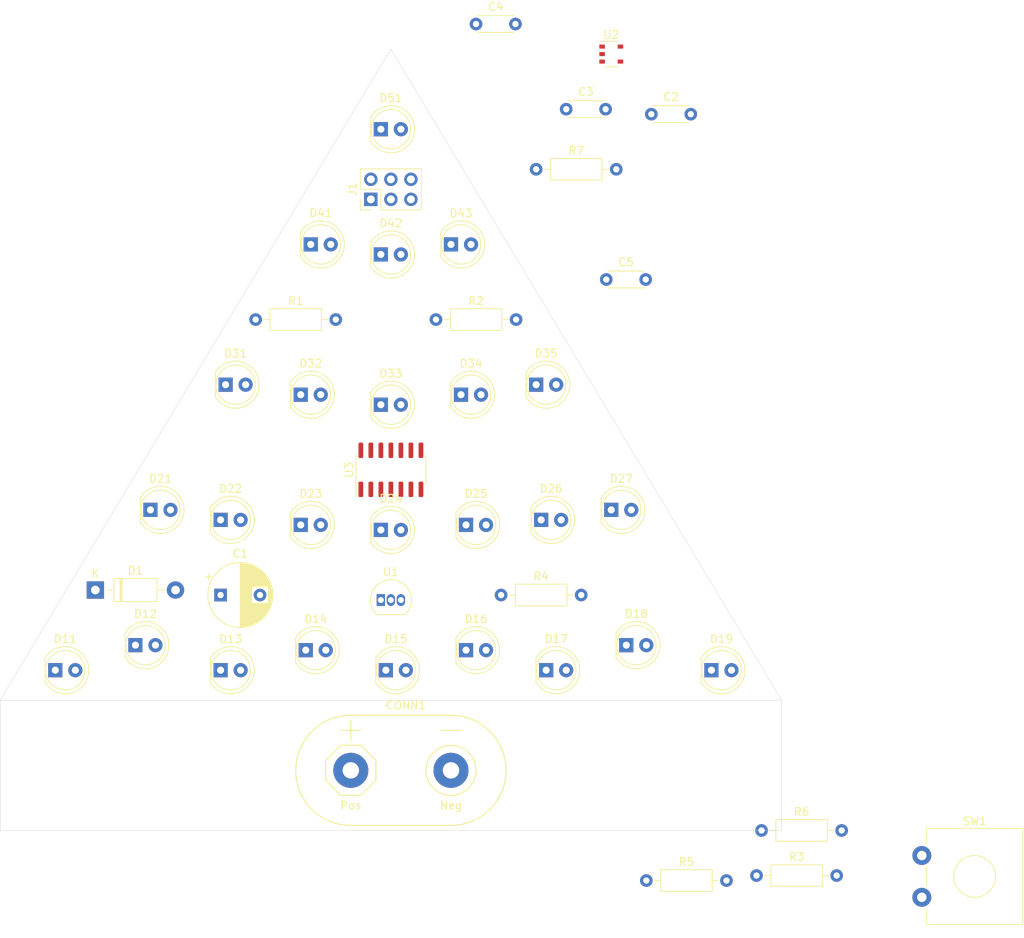
<source format=kicad_pcb>
(kicad_pcb (version 20171130) (host pcbnew 5.1.9+dfsg1-1)

  (general
    (thickness 1.6)
    (drawings 6)
    (tracks 0)
    (zones 0)
    (modules 44)
    (nets 23)
  )

  (page A4)
  (layers
    (0 F.Cu signal)
    (31 B.Cu signal)
    (32 B.Adhes user)
    (33 F.Adhes user)
    (34 B.Paste user)
    (35 F.Paste user)
    (36 B.SilkS user)
    (37 F.SilkS user)
    (38 B.Mask user)
    (39 F.Mask user)
    (40 Dwgs.User user)
    (41 Cmts.User user)
    (42 Eco1.User user)
    (43 Eco2.User user)
    (44 Edge.Cuts user)
    (45 Margin user)
    (46 B.CrtYd user)
    (47 F.CrtYd user)
    (48 B.Fab user)
    (49 F.Fab user)
  )

  (setup
    (last_trace_width 0.25)
    (trace_clearance 0.2)
    (zone_clearance 0.508)
    (zone_45_only no)
    (trace_min 0.2)
    (via_size 0.8)
    (via_drill 0.4)
    (via_min_size 0.4)
    (via_min_drill 0.3)
    (uvia_size 0.3)
    (uvia_drill 0.1)
    (uvias_allowed no)
    (uvia_min_size 0.2)
    (uvia_min_drill 0.1)
    (edge_width 0.05)
    (segment_width 0.2)
    (pcb_text_width 0.3)
    (pcb_text_size 1.5 1.5)
    (mod_edge_width 0.12)
    (mod_text_size 1 1)
    (mod_text_width 0.15)
    (pad_size 1.524 1.524)
    (pad_drill 0.762)
    (pad_to_mask_clearance 0)
    (aux_axis_origin 0 0)
    (visible_elements FFFFFF7F)
    (pcbplotparams
      (layerselection 0x010fc_ffffffff)
      (usegerberextensions false)
      (usegerberattributes true)
      (usegerberadvancedattributes true)
      (creategerberjobfile true)
      (excludeedgelayer true)
      (linewidth 0.100000)
      (plotframeref false)
      (viasonmask false)
      (mode 1)
      (useauxorigin false)
      (hpglpennumber 1)
      (hpglpenspeed 20)
      (hpglpendiameter 15.000000)
      (psnegative false)
      (psa4output false)
      (plotreference true)
      (plotvalue true)
      (plotinvisibletext false)
      (padsonsilk false)
      (subtractmaskfromsilk false)
      (outputformat 1)
      (mirror false)
      (drillshape 1)
      (scaleselection 1)
      (outputdirectory ""))
  )

  (net 0 "")
  (net 1 "Net-(C1-Pad1)")
  (net 2 GND)
  (net 3 +5V)
  (net 4 "Net-(C4-Pad1)")
  (net 5 "Net-(CONN1-Pad1)")
  (net 6 "Net-(D11-Pad1)")
  (net 7 "Net-(D11-Pad2)")
  (net 8 "Net-(D12-Pad2)")
  (net 9 "Net-(D13-Pad2)")
  (net 10 "Net-(D14-Pad2)")
  (net 11 "Net-(D15-Pad2)")
  (net 12 "Net-(D16-Pad1)")
  (net 13 "Net-(D21-Pad1)")
  (net 14 "Net-(D22-Pad1)")
  (net 15 "Net-(D31-Pad1)")
  (net 16 "Net-(J1-Pad3)")
  (net 17 "Net-(J1-Pad5)")
  (net 18 "Net-(R2-Pad2)")
  (net 19 "Net-(R4-Pad1)")
  (net 20 "Net-(R5-Pad1)")
  (net 21 "Net-(R6-Pad1)")
  (net 22 "Net-(R7-Pad1)")

  (net_class Default "This is the default net class."
    (clearance 0.2)
    (trace_width 0.25)
    (via_dia 0.8)
    (via_drill 0.4)
    (uvia_dia 0.3)
    (uvia_drill 0.1)
    (add_net +5V)
    (add_net GND)
    (add_net "Net-(C1-Pad1)")
    (add_net "Net-(C4-Pad1)")
    (add_net "Net-(CONN1-Pad1)")
    (add_net "Net-(D11-Pad1)")
    (add_net "Net-(D11-Pad2)")
    (add_net "Net-(D12-Pad2)")
    (add_net "Net-(D13-Pad2)")
    (add_net "Net-(D14-Pad2)")
    (add_net "Net-(D15-Pad2)")
    (add_net "Net-(D16-Pad1)")
    (add_net "Net-(D21-Pad1)")
    (add_net "Net-(D22-Pad1)")
    (add_net "Net-(D31-Pad1)")
    (add_net "Net-(J1-Pad3)")
    (add_net "Net-(J1-Pad5)")
    (add_net "Net-(R2-Pad2)")
    (add_net "Net-(R4-Pad1)")
    (add_net "Net-(R5-Pad1)")
    (add_net "Net-(R6-Pad1)")
    (add_net "Net-(R7-Pad1)")
  )

  (module Capacitor_THT:CP_Radial_D8.0mm_P5.00mm (layer F.Cu) (tedit 5AE50EF0) (tstamp 63037419)
    (at 27.94 94.615)
    (descr "CP, Radial series, Radial, pin pitch=5.00mm, , diameter=8mm, Electrolytic Capacitor")
    (tags "CP Radial series Radial pin pitch 5.00mm  diameter 8mm Electrolytic Capacitor")
    (path /63301190)
    (fp_text reference C1 (at 2.5 -5.25) (layer F.SilkS)
      (effects (font (size 1 1) (thickness 0.15)))
    )
    (fp_text value "10 uF" (at 2.5 5.25) (layer F.Fab)
      (effects (font (size 1 1) (thickness 0.15)))
    )
    (fp_line (start -1.509698 -2.715) (end -1.509698 -1.915) (layer F.SilkS) (width 0.12))
    (fp_line (start -1.909698 -2.315) (end -1.109698 -2.315) (layer F.SilkS) (width 0.12))
    (fp_line (start 6.581 -0.533) (end 6.581 0.533) (layer F.SilkS) (width 0.12))
    (fp_line (start 6.541 -0.768) (end 6.541 0.768) (layer F.SilkS) (width 0.12))
    (fp_line (start 6.501 -0.948) (end 6.501 0.948) (layer F.SilkS) (width 0.12))
    (fp_line (start 6.461 -1.098) (end 6.461 1.098) (layer F.SilkS) (width 0.12))
    (fp_line (start 6.421 -1.229) (end 6.421 1.229) (layer F.SilkS) (width 0.12))
    (fp_line (start 6.381 -1.346) (end 6.381 1.346) (layer F.SilkS) (width 0.12))
    (fp_line (start 6.341 -1.453) (end 6.341 1.453) (layer F.SilkS) (width 0.12))
    (fp_line (start 6.301 -1.552) (end 6.301 1.552) (layer F.SilkS) (width 0.12))
    (fp_line (start 6.261 -1.645) (end 6.261 1.645) (layer F.SilkS) (width 0.12))
    (fp_line (start 6.221 -1.731) (end 6.221 1.731) (layer F.SilkS) (width 0.12))
    (fp_line (start 6.181 -1.813) (end 6.181 1.813) (layer F.SilkS) (width 0.12))
    (fp_line (start 6.141 -1.89) (end 6.141 1.89) (layer F.SilkS) (width 0.12))
    (fp_line (start 6.101 -1.964) (end 6.101 1.964) (layer F.SilkS) (width 0.12))
    (fp_line (start 6.061 -2.034) (end 6.061 2.034) (layer F.SilkS) (width 0.12))
    (fp_line (start 6.021 1.04) (end 6.021 2.102) (layer F.SilkS) (width 0.12))
    (fp_line (start 6.021 -2.102) (end 6.021 -1.04) (layer F.SilkS) (width 0.12))
    (fp_line (start 5.981 1.04) (end 5.981 2.166) (layer F.SilkS) (width 0.12))
    (fp_line (start 5.981 -2.166) (end 5.981 -1.04) (layer F.SilkS) (width 0.12))
    (fp_line (start 5.941 1.04) (end 5.941 2.228) (layer F.SilkS) (width 0.12))
    (fp_line (start 5.941 -2.228) (end 5.941 -1.04) (layer F.SilkS) (width 0.12))
    (fp_line (start 5.901 1.04) (end 5.901 2.287) (layer F.SilkS) (width 0.12))
    (fp_line (start 5.901 -2.287) (end 5.901 -1.04) (layer F.SilkS) (width 0.12))
    (fp_line (start 5.861 1.04) (end 5.861 2.345) (layer F.SilkS) (width 0.12))
    (fp_line (start 5.861 -2.345) (end 5.861 -1.04) (layer F.SilkS) (width 0.12))
    (fp_line (start 5.821 1.04) (end 5.821 2.4) (layer F.SilkS) (width 0.12))
    (fp_line (start 5.821 -2.4) (end 5.821 -1.04) (layer F.SilkS) (width 0.12))
    (fp_line (start 5.781 1.04) (end 5.781 2.454) (layer F.SilkS) (width 0.12))
    (fp_line (start 5.781 -2.454) (end 5.781 -1.04) (layer F.SilkS) (width 0.12))
    (fp_line (start 5.741 1.04) (end 5.741 2.505) (layer F.SilkS) (width 0.12))
    (fp_line (start 5.741 -2.505) (end 5.741 -1.04) (layer F.SilkS) (width 0.12))
    (fp_line (start 5.701 1.04) (end 5.701 2.556) (layer F.SilkS) (width 0.12))
    (fp_line (start 5.701 -2.556) (end 5.701 -1.04) (layer F.SilkS) (width 0.12))
    (fp_line (start 5.661 1.04) (end 5.661 2.604) (layer F.SilkS) (width 0.12))
    (fp_line (start 5.661 -2.604) (end 5.661 -1.04) (layer F.SilkS) (width 0.12))
    (fp_line (start 5.621 1.04) (end 5.621 2.651) (layer F.SilkS) (width 0.12))
    (fp_line (start 5.621 -2.651) (end 5.621 -1.04) (layer F.SilkS) (width 0.12))
    (fp_line (start 5.581 1.04) (end 5.581 2.697) (layer F.SilkS) (width 0.12))
    (fp_line (start 5.581 -2.697) (end 5.581 -1.04) (layer F.SilkS) (width 0.12))
    (fp_line (start 5.541 1.04) (end 5.541 2.741) (layer F.SilkS) (width 0.12))
    (fp_line (start 5.541 -2.741) (end 5.541 -1.04) (layer F.SilkS) (width 0.12))
    (fp_line (start 5.501 1.04) (end 5.501 2.784) (layer F.SilkS) (width 0.12))
    (fp_line (start 5.501 -2.784) (end 5.501 -1.04) (layer F.SilkS) (width 0.12))
    (fp_line (start 5.461 1.04) (end 5.461 2.826) (layer F.SilkS) (width 0.12))
    (fp_line (start 5.461 -2.826) (end 5.461 -1.04) (layer F.SilkS) (width 0.12))
    (fp_line (start 5.421 1.04) (end 5.421 2.867) (layer F.SilkS) (width 0.12))
    (fp_line (start 5.421 -2.867) (end 5.421 -1.04) (layer F.SilkS) (width 0.12))
    (fp_line (start 5.381 1.04) (end 5.381 2.907) (layer F.SilkS) (width 0.12))
    (fp_line (start 5.381 -2.907) (end 5.381 -1.04) (layer F.SilkS) (width 0.12))
    (fp_line (start 5.341 1.04) (end 5.341 2.945) (layer F.SilkS) (width 0.12))
    (fp_line (start 5.341 -2.945) (end 5.341 -1.04) (layer F.SilkS) (width 0.12))
    (fp_line (start 5.301 1.04) (end 5.301 2.983) (layer F.SilkS) (width 0.12))
    (fp_line (start 5.301 -2.983) (end 5.301 -1.04) (layer F.SilkS) (width 0.12))
    (fp_line (start 5.261 1.04) (end 5.261 3.019) (layer F.SilkS) (width 0.12))
    (fp_line (start 5.261 -3.019) (end 5.261 -1.04) (layer F.SilkS) (width 0.12))
    (fp_line (start 5.221 1.04) (end 5.221 3.055) (layer F.SilkS) (width 0.12))
    (fp_line (start 5.221 -3.055) (end 5.221 -1.04) (layer F.SilkS) (width 0.12))
    (fp_line (start 5.181 1.04) (end 5.181 3.09) (layer F.SilkS) (width 0.12))
    (fp_line (start 5.181 -3.09) (end 5.181 -1.04) (layer F.SilkS) (width 0.12))
    (fp_line (start 5.141 1.04) (end 5.141 3.124) (layer F.SilkS) (width 0.12))
    (fp_line (start 5.141 -3.124) (end 5.141 -1.04) (layer F.SilkS) (width 0.12))
    (fp_line (start 5.101 1.04) (end 5.101 3.156) (layer F.SilkS) (width 0.12))
    (fp_line (start 5.101 -3.156) (end 5.101 -1.04) (layer F.SilkS) (width 0.12))
    (fp_line (start 5.061 1.04) (end 5.061 3.189) (layer F.SilkS) (width 0.12))
    (fp_line (start 5.061 -3.189) (end 5.061 -1.04) (layer F.SilkS) (width 0.12))
    (fp_line (start 5.021 1.04) (end 5.021 3.22) (layer F.SilkS) (width 0.12))
    (fp_line (start 5.021 -3.22) (end 5.021 -1.04) (layer F.SilkS) (width 0.12))
    (fp_line (start 4.981 1.04) (end 4.981 3.25) (layer F.SilkS) (width 0.12))
    (fp_line (start 4.981 -3.25) (end 4.981 -1.04) (layer F.SilkS) (width 0.12))
    (fp_line (start 4.941 1.04) (end 4.941 3.28) (layer F.SilkS) (width 0.12))
    (fp_line (start 4.941 -3.28) (end 4.941 -1.04) (layer F.SilkS) (width 0.12))
    (fp_line (start 4.901 1.04) (end 4.901 3.309) (layer F.SilkS) (width 0.12))
    (fp_line (start 4.901 -3.309) (end 4.901 -1.04) (layer F.SilkS) (width 0.12))
    (fp_line (start 4.861 1.04) (end 4.861 3.338) (layer F.SilkS) (width 0.12))
    (fp_line (start 4.861 -3.338) (end 4.861 -1.04) (layer F.SilkS) (width 0.12))
    (fp_line (start 4.821 1.04) (end 4.821 3.365) (layer F.SilkS) (width 0.12))
    (fp_line (start 4.821 -3.365) (end 4.821 -1.04) (layer F.SilkS) (width 0.12))
    (fp_line (start 4.781 1.04) (end 4.781 3.392) (layer F.SilkS) (width 0.12))
    (fp_line (start 4.781 -3.392) (end 4.781 -1.04) (layer F.SilkS) (width 0.12))
    (fp_line (start 4.741 1.04) (end 4.741 3.418) (layer F.SilkS) (width 0.12))
    (fp_line (start 4.741 -3.418) (end 4.741 -1.04) (layer F.SilkS) (width 0.12))
    (fp_line (start 4.701 1.04) (end 4.701 3.444) (layer F.SilkS) (width 0.12))
    (fp_line (start 4.701 -3.444) (end 4.701 -1.04) (layer F.SilkS) (width 0.12))
    (fp_line (start 4.661 1.04) (end 4.661 3.469) (layer F.SilkS) (width 0.12))
    (fp_line (start 4.661 -3.469) (end 4.661 -1.04) (layer F.SilkS) (width 0.12))
    (fp_line (start 4.621 1.04) (end 4.621 3.493) (layer F.SilkS) (width 0.12))
    (fp_line (start 4.621 -3.493) (end 4.621 -1.04) (layer F.SilkS) (width 0.12))
    (fp_line (start 4.581 1.04) (end 4.581 3.517) (layer F.SilkS) (width 0.12))
    (fp_line (start 4.581 -3.517) (end 4.581 -1.04) (layer F.SilkS) (width 0.12))
    (fp_line (start 4.541 1.04) (end 4.541 3.54) (layer F.SilkS) (width 0.12))
    (fp_line (start 4.541 -3.54) (end 4.541 -1.04) (layer F.SilkS) (width 0.12))
    (fp_line (start 4.501 1.04) (end 4.501 3.562) (layer F.SilkS) (width 0.12))
    (fp_line (start 4.501 -3.562) (end 4.501 -1.04) (layer F.SilkS) (width 0.12))
    (fp_line (start 4.461 1.04) (end 4.461 3.584) (layer F.SilkS) (width 0.12))
    (fp_line (start 4.461 -3.584) (end 4.461 -1.04) (layer F.SilkS) (width 0.12))
    (fp_line (start 4.421 1.04) (end 4.421 3.606) (layer F.SilkS) (width 0.12))
    (fp_line (start 4.421 -3.606) (end 4.421 -1.04) (layer F.SilkS) (width 0.12))
    (fp_line (start 4.381 1.04) (end 4.381 3.627) (layer F.SilkS) (width 0.12))
    (fp_line (start 4.381 -3.627) (end 4.381 -1.04) (layer F.SilkS) (width 0.12))
    (fp_line (start 4.341 1.04) (end 4.341 3.647) (layer F.SilkS) (width 0.12))
    (fp_line (start 4.341 -3.647) (end 4.341 -1.04) (layer F.SilkS) (width 0.12))
    (fp_line (start 4.301 1.04) (end 4.301 3.666) (layer F.SilkS) (width 0.12))
    (fp_line (start 4.301 -3.666) (end 4.301 -1.04) (layer F.SilkS) (width 0.12))
    (fp_line (start 4.261 1.04) (end 4.261 3.686) (layer F.SilkS) (width 0.12))
    (fp_line (start 4.261 -3.686) (end 4.261 -1.04) (layer F.SilkS) (width 0.12))
    (fp_line (start 4.221 1.04) (end 4.221 3.704) (layer F.SilkS) (width 0.12))
    (fp_line (start 4.221 -3.704) (end 4.221 -1.04) (layer F.SilkS) (width 0.12))
    (fp_line (start 4.181 1.04) (end 4.181 3.722) (layer F.SilkS) (width 0.12))
    (fp_line (start 4.181 -3.722) (end 4.181 -1.04) (layer F.SilkS) (width 0.12))
    (fp_line (start 4.141 1.04) (end 4.141 3.74) (layer F.SilkS) (width 0.12))
    (fp_line (start 4.141 -3.74) (end 4.141 -1.04) (layer F.SilkS) (width 0.12))
    (fp_line (start 4.101 1.04) (end 4.101 3.757) (layer F.SilkS) (width 0.12))
    (fp_line (start 4.101 -3.757) (end 4.101 -1.04) (layer F.SilkS) (width 0.12))
    (fp_line (start 4.061 1.04) (end 4.061 3.774) (layer F.SilkS) (width 0.12))
    (fp_line (start 4.061 -3.774) (end 4.061 -1.04) (layer F.SilkS) (width 0.12))
    (fp_line (start 4.021 1.04) (end 4.021 3.79) (layer F.SilkS) (width 0.12))
    (fp_line (start 4.021 -3.79) (end 4.021 -1.04) (layer F.SilkS) (width 0.12))
    (fp_line (start 3.981 1.04) (end 3.981 3.805) (layer F.SilkS) (width 0.12))
    (fp_line (start 3.981 -3.805) (end 3.981 -1.04) (layer F.SilkS) (width 0.12))
    (fp_line (start 3.941 -3.821) (end 3.941 3.821) (layer F.SilkS) (width 0.12))
    (fp_line (start 3.901 -3.835) (end 3.901 3.835) (layer F.SilkS) (width 0.12))
    (fp_line (start 3.861 -3.85) (end 3.861 3.85) (layer F.SilkS) (width 0.12))
    (fp_line (start 3.821 -3.863) (end 3.821 3.863) (layer F.SilkS) (width 0.12))
    (fp_line (start 3.781 -3.877) (end 3.781 3.877) (layer F.SilkS) (width 0.12))
    (fp_line (start 3.741 -3.889) (end 3.741 3.889) (layer F.SilkS) (width 0.12))
    (fp_line (start 3.701 -3.902) (end 3.701 3.902) (layer F.SilkS) (width 0.12))
    (fp_line (start 3.661 -3.914) (end 3.661 3.914) (layer F.SilkS) (width 0.12))
    (fp_line (start 3.621 -3.925) (end 3.621 3.925) (layer F.SilkS) (width 0.12))
    (fp_line (start 3.581 -3.936) (end 3.581 3.936) (layer F.SilkS) (width 0.12))
    (fp_line (start 3.541 -3.947) (end 3.541 3.947) (layer F.SilkS) (width 0.12))
    (fp_line (start 3.501 -3.957) (end 3.501 3.957) (layer F.SilkS) (width 0.12))
    (fp_line (start 3.461 -3.967) (end 3.461 3.967) (layer F.SilkS) (width 0.12))
    (fp_line (start 3.421 -3.976) (end 3.421 3.976) (layer F.SilkS) (width 0.12))
    (fp_line (start 3.381 -3.985) (end 3.381 3.985) (layer F.SilkS) (width 0.12))
    (fp_line (start 3.341 -3.994) (end 3.341 3.994) (layer F.SilkS) (width 0.12))
    (fp_line (start 3.301 -4.002) (end 3.301 4.002) (layer F.SilkS) (width 0.12))
    (fp_line (start 3.261 -4.01) (end 3.261 4.01) (layer F.SilkS) (width 0.12))
    (fp_line (start 3.221 -4.017) (end 3.221 4.017) (layer F.SilkS) (width 0.12))
    (fp_line (start 3.18 -4.024) (end 3.18 4.024) (layer F.SilkS) (width 0.12))
    (fp_line (start 3.14 -4.03) (end 3.14 4.03) (layer F.SilkS) (width 0.12))
    (fp_line (start 3.1 -4.037) (end 3.1 4.037) (layer F.SilkS) (width 0.12))
    (fp_line (start 3.06 -4.042) (end 3.06 4.042) (layer F.SilkS) (width 0.12))
    (fp_line (start 3.02 -4.048) (end 3.02 4.048) (layer F.SilkS) (width 0.12))
    (fp_line (start 2.98 -4.052) (end 2.98 4.052) (layer F.SilkS) (width 0.12))
    (fp_line (start 2.94 -4.057) (end 2.94 4.057) (layer F.SilkS) (width 0.12))
    (fp_line (start 2.9 -4.061) (end 2.9 4.061) (layer F.SilkS) (width 0.12))
    (fp_line (start 2.86 -4.065) (end 2.86 4.065) (layer F.SilkS) (width 0.12))
    (fp_line (start 2.82 -4.068) (end 2.82 4.068) (layer F.SilkS) (width 0.12))
    (fp_line (start 2.78 -4.071) (end 2.78 4.071) (layer F.SilkS) (width 0.12))
    (fp_line (start 2.74 -4.074) (end 2.74 4.074) (layer F.SilkS) (width 0.12))
    (fp_line (start 2.7 -4.076) (end 2.7 4.076) (layer F.SilkS) (width 0.12))
    (fp_line (start 2.66 -4.077) (end 2.66 4.077) (layer F.SilkS) (width 0.12))
    (fp_line (start 2.62 -4.079) (end 2.62 4.079) (layer F.SilkS) (width 0.12))
    (fp_line (start 2.58 -4.08) (end 2.58 4.08) (layer F.SilkS) (width 0.12))
    (fp_line (start 2.54 -4.08) (end 2.54 4.08) (layer F.SilkS) (width 0.12))
    (fp_line (start 2.5 -4.08) (end 2.5 4.08) (layer F.SilkS) (width 0.12))
    (fp_line (start -0.526759 -2.1475) (end -0.526759 -1.3475) (layer F.Fab) (width 0.1))
    (fp_line (start -0.926759 -1.7475) (end -0.126759 -1.7475) (layer F.Fab) (width 0.1))
    (fp_circle (center 2.5 0) (end 6.75 0) (layer F.CrtYd) (width 0.05))
    (fp_circle (center 2.5 0) (end 6.62 0) (layer F.SilkS) (width 0.12))
    (fp_circle (center 2.5 0) (end 6.5 0) (layer F.Fab) (width 0.1))
    (fp_text user %R (at 2.5 0) (layer F.Fab)
      (effects (font (size 1 1) (thickness 0.15)))
    )
    (pad 1 thru_hole rect (at 0 0) (size 1.6 1.6) (drill 0.8) (layers *.Cu *.Mask)
      (net 1 "Net-(C1-Pad1)"))
    (pad 2 thru_hole circle (at 5 0) (size 1.6 1.6) (drill 0.8) (layers *.Cu *.Mask)
      (net 2 GND))
    (model ${KISYS3DMOD}/Capacitor_THT.3dshapes/CP_Radial_D8.0mm_P5.00mm.wrl
      (at (xyz 0 0 0))
      (scale (xyz 1 1 1))
      (rotate (xyz 0 0 0))
    )
  )

  (module Capacitor_THT:C_Disc_D4.3mm_W1.9mm_P5.00mm (layer F.Cu) (tedit 5AE50EF0) (tstamp 6303742E)
    (at 82.55 33.655)
    (descr "C, Disc series, Radial, pin pitch=5.00mm, , diameter*width=4.3*1.9mm^2, Capacitor, http://www.vishay.com/docs/45233/krseries.pdf")
    (tags "C Disc series Radial pin pitch 5.00mm  diameter 4.3mm width 1.9mm Capacitor")
    (path /62FEF5B3)
    (fp_text reference C2 (at 2.5 -2.2) (layer F.SilkS)
      (effects (font (size 1 1) (thickness 0.15)))
    )
    (fp_text value 0.33 (at 2.5 2.2) (layer F.Fab)
      (effects (font (size 1 1) (thickness 0.15)))
    )
    (fp_line (start 6.05 -1.2) (end -1.05 -1.2) (layer F.CrtYd) (width 0.05))
    (fp_line (start 6.05 1.2) (end 6.05 -1.2) (layer F.CrtYd) (width 0.05))
    (fp_line (start -1.05 1.2) (end 6.05 1.2) (layer F.CrtYd) (width 0.05))
    (fp_line (start -1.05 -1.2) (end -1.05 1.2) (layer F.CrtYd) (width 0.05))
    (fp_line (start 4.77 1.055) (end 4.77 1.07) (layer F.SilkS) (width 0.12))
    (fp_line (start 4.77 -1.07) (end 4.77 -1.055) (layer F.SilkS) (width 0.12))
    (fp_line (start 0.23 1.055) (end 0.23 1.07) (layer F.SilkS) (width 0.12))
    (fp_line (start 0.23 -1.07) (end 0.23 -1.055) (layer F.SilkS) (width 0.12))
    (fp_line (start 0.23 1.07) (end 4.77 1.07) (layer F.SilkS) (width 0.12))
    (fp_line (start 0.23 -1.07) (end 4.77 -1.07) (layer F.SilkS) (width 0.12))
    (fp_line (start 4.65 -0.95) (end 0.35 -0.95) (layer F.Fab) (width 0.1))
    (fp_line (start 4.65 0.95) (end 4.65 -0.95) (layer F.Fab) (width 0.1))
    (fp_line (start 0.35 0.95) (end 4.65 0.95) (layer F.Fab) (width 0.1))
    (fp_line (start 0.35 -0.95) (end 0.35 0.95) (layer F.Fab) (width 0.1))
    (fp_text user %R (at 2.5 0) (layer F.Fab)
      (effects (font (size 0.86 0.86) (thickness 0.129)))
    )
    (pad 1 thru_hole circle (at 0 0) (size 1.6 1.6) (drill 0.8) (layers *.Cu *.Mask)
      (net 1 "Net-(C1-Pad1)"))
    (pad 2 thru_hole circle (at 5 0) (size 1.6 1.6) (drill 0.8) (layers *.Cu *.Mask)
      (net 2 GND))
    (model ${KISYS3DMOD}/Capacitor_THT.3dshapes/C_Disc_D4.3mm_W1.9mm_P5.00mm.wrl
      (at (xyz 0 0 0))
      (scale (xyz 1 1 1))
      (rotate (xyz 0 0 0))
    )
  )

  (module Capacitor_THT:C_Disc_D4.3mm_W1.9mm_P5.00mm (layer F.Cu) (tedit 5AE50EF0) (tstamp 63037443)
    (at 71.755 33.02)
    (descr "C, Disc series, Radial, pin pitch=5.00mm, , diameter*width=4.3*1.9mm^2, Capacitor, http://www.vishay.com/docs/45233/krseries.pdf")
    (tags "C Disc series Radial pin pitch 5.00mm  diameter 4.3mm width 1.9mm Capacitor")
    (path /62FEF134)
    (fp_text reference C3 (at 2.5 -2.2) (layer F.SilkS)
      (effects (font (size 1 1) (thickness 0.15)))
    )
    (fp_text value 0.1 (at 2.5 2.2) (layer F.Fab)
      (effects (font (size 1 1) (thickness 0.15)))
    )
    (fp_text user %R (at 2.5 0) (layer F.Fab)
      (effects (font (size 0.86 0.86) (thickness 0.129)))
    )
    (fp_line (start 0.35 -0.95) (end 0.35 0.95) (layer F.Fab) (width 0.1))
    (fp_line (start 0.35 0.95) (end 4.65 0.95) (layer F.Fab) (width 0.1))
    (fp_line (start 4.65 0.95) (end 4.65 -0.95) (layer F.Fab) (width 0.1))
    (fp_line (start 4.65 -0.95) (end 0.35 -0.95) (layer F.Fab) (width 0.1))
    (fp_line (start 0.23 -1.07) (end 4.77 -1.07) (layer F.SilkS) (width 0.12))
    (fp_line (start 0.23 1.07) (end 4.77 1.07) (layer F.SilkS) (width 0.12))
    (fp_line (start 0.23 -1.07) (end 0.23 -1.055) (layer F.SilkS) (width 0.12))
    (fp_line (start 0.23 1.055) (end 0.23 1.07) (layer F.SilkS) (width 0.12))
    (fp_line (start 4.77 -1.07) (end 4.77 -1.055) (layer F.SilkS) (width 0.12))
    (fp_line (start 4.77 1.055) (end 4.77 1.07) (layer F.SilkS) (width 0.12))
    (fp_line (start -1.05 -1.2) (end -1.05 1.2) (layer F.CrtYd) (width 0.05))
    (fp_line (start -1.05 1.2) (end 6.05 1.2) (layer F.CrtYd) (width 0.05))
    (fp_line (start 6.05 1.2) (end 6.05 -1.2) (layer F.CrtYd) (width 0.05))
    (fp_line (start 6.05 -1.2) (end -1.05 -1.2) (layer F.CrtYd) (width 0.05))
    (pad 2 thru_hole circle (at 5 0) (size 1.6 1.6) (drill 0.8) (layers *.Cu *.Mask)
      (net 2 GND))
    (pad 1 thru_hole circle (at 0 0) (size 1.6 1.6) (drill 0.8) (layers *.Cu *.Mask)
      (net 3 +5V))
    (model ${KISYS3DMOD}/Capacitor_THT.3dshapes/C_Disc_D4.3mm_W1.9mm_P5.00mm.wrl
      (at (xyz 0 0 0))
      (scale (xyz 1 1 1))
      (rotate (xyz 0 0 0))
    )
  )

  (module Capacitor_THT:C_Disc_D4.3mm_W1.9mm_P5.00mm (layer F.Cu) (tedit 5AE50EF0) (tstamp 63037458)
    (at 60.325 22.225)
    (descr "C, Disc series, Radial, pin pitch=5.00mm, , diameter*width=4.3*1.9mm^2, Capacitor, http://www.vishay.com/docs/45233/krseries.pdf")
    (tags "C Disc series Radial pin pitch 5.00mm  diameter 4.3mm width 1.9mm Capacitor")
    (path /63405B9D)
    (fp_text reference C4 (at 2.5 -2.2) (layer F.SilkS)
      (effects (font (size 1 1) (thickness 0.15)))
    )
    (fp_text value 0.01 (at 2.5 2.2) (layer F.Fab)
      (effects (font (size 1 1) (thickness 0.15)))
    )
    (fp_line (start 6.05 -1.2) (end -1.05 -1.2) (layer F.CrtYd) (width 0.05))
    (fp_line (start 6.05 1.2) (end 6.05 -1.2) (layer F.CrtYd) (width 0.05))
    (fp_line (start -1.05 1.2) (end 6.05 1.2) (layer F.CrtYd) (width 0.05))
    (fp_line (start -1.05 -1.2) (end -1.05 1.2) (layer F.CrtYd) (width 0.05))
    (fp_line (start 4.77 1.055) (end 4.77 1.07) (layer F.SilkS) (width 0.12))
    (fp_line (start 4.77 -1.07) (end 4.77 -1.055) (layer F.SilkS) (width 0.12))
    (fp_line (start 0.23 1.055) (end 0.23 1.07) (layer F.SilkS) (width 0.12))
    (fp_line (start 0.23 -1.07) (end 0.23 -1.055) (layer F.SilkS) (width 0.12))
    (fp_line (start 0.23 1.07) (end 4.77 1.07) (layer F.SilkS) (width 0.12))
    (fp_line (start 0.23 -1.07) (end 4.77 -1.07) (layer F.SilkS) (width 0.12))
    (fp_line (start 4.65 -0.95) (end 0.35 -0.95) (layer F.Fab) (width 0.1))
    (fp_line (start 4.65 0.95) (end 4.65 -0.95) (layer F.Fab) (width 0.1))
    (fp_line (start 0.35 0.95) (end 4.65 0.95) (layer F.Fab) (width 0.1))
    (fp_line (start 0.35 -0.95) (end 0.35 0.95) (layer F.Fab) (width 0.1))
    (fp_text user %R (at 2.5 0) (layer F.Fab)
      (effects (font (size 0.86 0.86) (thickness 0.129)))
    )
    (pad 1 thru_hole circle (at 0 0) (size 1.6 1.6) (drill 0.8) (layers *.Cu *.Mask)
      (net 4 "Net-(C4-Pad1)"))
    (pad 2 thru_hole circle (at 5 0) (size 1.6 1.6) (drill 0.8) (layers *.Cu *.Mask)
      (net 2 GND))
    (model ${KISYS3DMOD}/Capacitor_THT.3dshapes/C_Disc_D4.3mm_W1.9mm_P5.00mm.wrl
      (at (xyz 0 0 0))
      (scale (xyz 1 1 1))
      (rotate (xyz 0 0 0))
    )
  )

  (module Capacitor_THT:C_Disc_D4.3mm_W1.9mm_P5.00mm (layer F.Cu) (tedit 5AE50EF0) (tstamp 6303746D)
    (at 76.835 54.61)
    (descr "C, Disc series, Radial, pin pitch=5.00mm, , diameter*width=4.3*1.9mm^2, Capacitor, http://www.vishay.com/docs/45233/krseries.pdf")
    (tags "C Disc series Radial pin pitch 5.00mm  diameter 4.3mm width 1.9mm Capacitor")
    (path /62FEECD6)
    (fp_text reference C5 (at 2.5 -2.2) (layer F.SilkS)
      (effects (font (size 1 1) (thickness 0.15)))
    )
    (fp_text value 0.1 (at 2.5 2.2) (layer F.Fab)
      (effects (font (size 1 1) (thickness 0.15)))
    )
    (fp_text user %R (at 2.5 0) (layer F.Fab)
      (effects (font (size 0.86 0.86) (thickness 0.129)))
    )
    (fp_line (start 0.35 -0.95) (end 0.35 0.95) (layer F.Fab) (width 0.1))
    (fp_line (start 0.35 0.95) (end 4.65 0.95) (layer F.Fab) (width 0.1))
    (fp_line (start 4.65 0.95) (end 4.65 -0.95) (layer F.Fab) (width 0.1))
    (fp_line (start 4.65 -0.95) (end 0.35 -0.95) (layer F.Fab) (width 0.1))
    (fp_line (start 0.23 -1.07) (end 4.77 -1.07) (layer F.SilkS) (width 0.12))
    (fp_line (start 0.23 1.07) (end 4.77 1.07) (layer F.SilkS) (width 0.12))
    (fp_line (start 0.23 -1.07) (end 0.23 -1.055) (layer F.SilkS) (width 0.12))
    (fp_line (start 0.23 1.055) (end 0.23 1.07) (layer F.SilkS) (width 0.12))
    (fp_line (start 4.77 -1.07) (end 4.77 -1.055) (layer F.SilkS) (width 0.12))
    (fp_line (start 4.77 1.055) (end 4.77 1.07) (layer F.SilkS) (width 0.12))
    (fp_line (start -1.05 -1.2) (end -1.05 1.2) (layer F.CrtYd) (width 0.05))
    (fp_line (start -1.05 1.2) (end 6.05 1.2) (layer F.CrtYd) (width 0.05))
    (fp_line (start 6.05 1.2) (end 6.05 -1.2) (layer F.CrtYd) (width 0.05))
    (fp_line (start 6.05 -1.2) (end -1.05 -1.2) (layer F.CrtYd) (width 0.05))
    (pad 2 thru_hole circle (at 5 0) (size 1.6 1.6) (drill 0.8) (layers *.Cu *.Mask)
      (net 2 GND))
    (pad 1 thru_hole circle (at 0 0) (size 1.6 1.6) (drill 0.8) (layers *.Cu *.Mask)
      (net 3 +5V))
    (model ${KISYS3DMOD}/Capacitor_THT.3dshapes/C_Disc_D4.3mm_W1.9mm_P5.00mm.wrl
      (at (xyz 0 0 0))
      (scale (xyz 1 1 1))
      (rotate (xyz 0 0 0))
    )
  )

  (module bdk_connector:Keystone_968_9V_snap (layer F.Cu) (tedit 63028E21) (tstamp 63037487)
    (at 44.45 116.84)
    (path /632FF9EB)
    (fp_text reference CONN1 (at 6.985 -8.255) (layer F.SilkS)
      (effects (font (size 1 1) (thickness 0.15)))
    )
    (fp_text value PCB_Mount_9V_connector_Keystone_968 (at 6.35 7.62) (layer F.Fab) hide
      (effects (font (size 1 1) (thickness 0.15)))
    )
    (fp_line (start 13.335 -5.08) (end 13.97 -5.08) (layer F.SilkS) (width 0.15))
    (fp_line (start 11.43 -5.08) (end 13.335 -5.08) (layer F.SilkS) (width 0.15))
    (fp_line (start 0 -6.35) (end 0 -3.81) (layer F.SilkS) (width 0.15))
    (fp_line (start -1.27 -5.08) (end 1.27 -5.08) (layer F.SilkS) (width 0.15))
    (fp_line (start 1.27 3.175) (end 3.175 1.27) (layer F.SilkS) (width 0.15))
    (fp_line (start -1.27 3.175) (end 1.27 3.175) (layer F.SilkS) (width 0.15))
    (fp_line (start -3.175 1.27) (end -1.27 3.175) (layer F.SilkS) (width 0.15))
    (fp_line (start -3.175 -1.27) (end -1.27 -3.175) (layer F.SilkS) (width 0.15))
    (fp_line (start -3.175 1.27) (end -3.175 -1.27) (layer F.SilkS) (width 0.15))
    (fp_line (start -1.905 2.54) (end -3.175 1.27) (layer F.SilkS) (width 0.15))
    (fp_line (start 3.175 -1.27) (end 3.175 1.27) (layer F.SilkS) (width 0.15))
    (fp_line (start 1.27 -3.175) (end 3.175 -1.27) (layer F.SilkS) (width 0.15))
    (fp_line (start -1.27 -3.175) (end 1.27 -3.175) (layer F.SilkS) (width 0.15))
    (fp_circle (center 12.7 0) (end 15.875 0) (layer F.SilkS) (width 0.15))
    (fp_line (start 0 6.985) (end 12.7 6.985) (layer F.SilkS) (width 0.15))
    (fp_line (start 0 -6.985) (end 12.7 -6.985) (layer F.SilkS) (width 0.15))
    (fp_arc (start 0 0) (end 0 -6.985) (angle -180) (layer F.SilkS) (width 0.15))
    (fp_arc (start 12.7 0) (end 12.7 -6.985) (angle 180) (layer F.SilkS) (width 0.15))
    (fp_text user Pos (at 0 4.445) (layer F.SilkS)
      (effects (font (size 1 1) (thickness 0.15)))
    )
    (fp_text user Neg (at 12.7 4.445) (layer F.SilkS)
      (effects (font (size 1 1) (thickness 0.15)))
    )
    (pad 1 thru_hole circle (at 0 0) (size 4.445 4.445) (drill 2.0828) (layers *.Cu *.Mask)
      (net 5 "Net-(CONN1-Pad1)"))
    (pad 2 thru_hole circle (at 12.7 0) (size 4.445 4.445) (drill 2.0828) (layers *.Cu *.Mask)
      (net 2 GND))
  )

  (module Diode_THT:D_DO-41_SOD81_P10.16mm_Horizontal (layer F.Cu) (tedit 5AE50CD5) (tstamp 630374A6)
    (at 12.065 93.98)
    (descr "Diode, DO-41_SOD81 series, Axial, Horizontal, pin pitch=10.16mm, , length*diameter=5.2*2.7mm^2, , http://www.diodes.com/_files/packages/DO-41%20(Plastic).pdf")
    (tags "Diode DO-41_SOD81 series Axial Horizontal pin pitch 10.16mm  length 5.2mm diameter 2.7mm")
    (path /633CB3F9)
    (fp_text reference D1 (at 5.08 -2.47) (layer F.SilkS)
      (effects (font (size 1 1) (thickness 0.15)))
    )
    (fp_text value D_Schottky_Small (at 5.08 2.47) (layer F.Fab)
      (effects (font (size 1 1) (thickness 0.15)))
    )
    (fp_line (start 11.51 -1.6) (end -1.35 -1.6) (layer F.CrtYd) (width 0.05))
    (fp_line (start 11.51 1.6) (end 11.51 -1.6) (layer F.CrtYd) (width 0.05))
    (fp_line (start -1.35 1.6) (end 11.51 1.6) (layer F.CrtYd) (width 0.05))
    (fp_line (start -1.35 -1.6) (end -1.35 1.6) (layer F.CrtYd) (width 0.05))
    (fp_line (start 3.14 -1.47) (end 3.14 1.47) (layer F.SilkS) (width 0.12))
    (fp_line (start 3.38 -1.47) (end 3.38 1.47) (layer F.SilkS) (width 0.12))
    (fp_line (start 3.26 -1.47) (end 3.26 1.47) (layer F.SilkS) (width 0.12))
    (fp_line (start 8.82 0) (end 7.8 0) (layer F.SilkS) (width 0.12))
    (fp_line (start 1.34 0) (end 2.36 0) (layer F.SilkS) (width 0.12))
    (fp_line (start 7.8 -1.47) (end 2.36 -1.47) (layer F.SilkS) (width 0.12))
    (fp_line (start 7.8 1.47) (end 7.8 -1.47) (layer F.SilkS) (width 0.12))
    (fp_line (start 2.36 1.47) (end 7.8 1.47) (layer F.SilkS) (width 0.12))
    (fp_line (start 2.36 -1.47) (end 2.36 1.47) (layer F.SilkS) (width 0.12))
    (fp_line (start 3.16 -1.35) (end 3.16 1.35) (layer F.Fab) (width 0.1))
    (fp_line (start 3.36 -1.35) (end 3.36 1.35) (layer F.Fab) (width 0.1))
    (fp_line (start 3.26 -1.35) (end 3.26 1.35) (layer F.Fab) (width 0.1))
    (fp_line (start 10.16 0) (end 7.68 0) (layer F.Fab) (width 0.1))
    (fp_line (start 0 0) (end 2.48 0) (layer F.Fab) (width 0.1))
    (fp_line (start 7.68 -1.35) (end 2.48 -1.35) (layer F.Fab) (width 0.1))
    (fp_line (start 7.68 1.35) (end 7.68 -1.35) (layer F.Fab) (width 0.1))
    (fp_line (start 2.48 1.35) (end 7.68 1.35) (layer F.Fab) (width 0.1))
    (fp_line (start 2.48 -1.35) (end 2.48 1.35) (layer F.Fab) (width 0.1))
    (fp_text user %R (at 5.47 0) (layer F.Fab)
      (effects (font (size 1 1) (thickness 0.15)))
    )
    (fp_text user K (at 0 -2.1) (layer F.Fab)
      (effects (font (size 1 1) (thickness 0.15)))
    )
    (fp_text user K (at 0 -2.1) (layer F.SilkS)
      (effects (font (size 1 1) (thickness 0.15)))
    )
    (pad 1 thru_hole rect (at 0 0) (size 2.2 2.2) (drill 1.1) (layers *.Cu *.Mask)
      (net 1 "Net-(C1-Pad1)"))
    (pad 2 thru_hole oval (at 10.16 0) (size 2.2 2.2) (drill 1.1) (layers *.Cu *.Mask)
      (net 5 "Net-(CONN1-Pad1)"))
    (model ${KISYS3DMOD}/Diode_THT.3dshapes/D_DO-41_SOD81_P10.16mm_Horizontal.wrl
      (at (xyz 0 0 0))
      (scale (xyz 1 1 1))
      (rotate (xyz 0 0 0))
    )
  )

  (module LED_THT:LED_D5.0mm (layer F.Cu) (tedit 5995936A) (tstamp 630374B8)
    (at 6.985 104.14)
    (descr "LED, diameter 5.0mm, 2 pins, http://cdn-reichelt.de/documents/datenblatt/A500/LL-504BC2E-009.pdf")
    (tags "LED diameter 5.0mm 2 pins")
    (path /6307AD32)
    (fp_text reference D11 (at 1.27 -3.96) (layer F.SilkS)
      (effects (font (size 1 1) (thickness 0.15)))
    )
    (fp_text value LED (at 1.27 3.96) (layer F.Fab)
      (effects (font (size 1 1) (thickness 0.15)))
    )
    (fp_line (start 4.5 -3.25) (end -1.95 -3.25) (layer F.CrtYd) (width 0.05))
    (fp_line (start 4.5 3.25) (end 4.5 -3.25) (layer F.CrtYd) (width 0.05))
    (fp_line (start -1.95 3.25) (end 4.5 3.25) (layer F.CrtYd) (width 0.05))
    (fp_line (start -1.95 -3.25) (end -1.95 3.25) (layer F.CrtYd) (width 0.05))
    (fp_line (start -1.29 -1.545) (end -1.29 1.545) (layer F.SilkS) (width 0.12))
    (fp_line (start -1.23 -1.469694) (end -1.23 1.469694) (layer F.Fab) (width 0.1))
    (fp_circle (center 1.27 0) (end 3.77 0) (layer F.SilkS) (width 0.12))
    (fp_circle (center 1.27 0) (end 3.77 0) (layer F.Fab) (width 0.1))
    (fp_arc (start 1.27 0) (end -1.23 -1.469694) (angle 299.1) (layer F.Fab) (width 0.1))
    (fp_arc (start 1.27 0) (end -1.29 -1.54483) (angle 148.9) (layer F.SilkS) (width 0.12))
    (fp_arc (start 1.27 0) (end -1.29 1.54483) (angle -148.9) (layer F.SilkS) (width 0.12))
    (fp_text user %R (at 1.25 0) (layer F.Fab)
      (effects (font (size 0.8 0.8) (thickness 0.2)))
    )
    (pad 1 thru_hole rect (at 0 0) (size 1.8 1.8) (drill 0.9) (layers *.Cu *.Mask)
      (net 6 "Net-(D11-Pad1)"))
    (pad 2 thru_hole circle (at 2.54 0) (size 1.8 1.8) (drill 0.9) (layers *.Cu *.Mask)
      (net 7 "Net-(D11-Pad2)"))
    (model ${KISYS3DMOD}/LED_THT.3dshapes/LED_D5.0mm.wrl
      (at (xyz 0 0 0))
      (scale (xyz 1 1 1))
      (rotate (xyz 0 0 0))
    )
  )

  (module LED_THT:LED_D5.0mm (layer F.Cu) (tedit 5995936A) (tstamp 630374CA)
    (at 17.145 100.965)
    (descr "LED, diameter 5.0mm, 2 pins, http://cdn-reichelt.de/documents/datenblatt/A500/LL-504BC2E-009.pdf")
    (tags "LED diameter 5.0mm 2 pins")
    (path /6307B187)
    (fp_text reference D12 (at 1.27 -3.96) (layer F.SilkS)
      (effects (font (size 1 1) (thickness 0.15)))
    )
    (fp_text value LED (at 1.27 3.96) (layer F.Fab)
      (effects (font (size 1 1) (thickness 0.15)))
    )
    (fp_text user %R (at 1.25 0) (layer F.Fab)
      (effects (font (size 0.8 0.8) (thickness 0.2)))
    )
    (fp_arc (start 1.27 0) (end -1.29 1.54483) (angle -148.9) (layer F.SilkS) (width 0.12))
    (fp_arc (start 1.27 0) (end -1.29 -1.54483) (angle 148.9) (layer F.SilkS) (width 0.12))
    (fp_arc (start 1.27 0) (end -1.23 -1.469694) (angle 299.1) (layer F.Fab) (width 0.1))
    (fp_circle (center 1.27 0) (end 3.77 0) (layer F.Fab) (width 0.1))
    (fp_circle (center 1.27 0) (end 3.77 0) (layer F.SilkS) (width 0.12))
    (fp_line (start -1.23 -1.469694) (end -1.23 1.469694) (layer F.Fab) (width 0.1))
    (fp_line (start -1.29 -1.545) (end -1.29 1.545) (layer F.SilkS) (width 0.12))
    (fp_line (start -1.95 -3.25) (end -1.95 3.25) (layer F.CrtYd) (width 0.05))
    (fp_line (start -1.95 3.25) (end 4.5 3.25) (layer F.CrtYd) (width 0.05))
    (fp_line (start 4.5 3.25) (end 4.5 -3.25) (layer F.CrtYd) (width 0.05))
    (fp_line (start 4.5 -3.25) (end -1.95 -3.25) (layer F.CrtYd) (width 0.05))
    (pad 2 thru_hole circle (at 2.54 0) (size 1.8 1.8) (drill 0.9) (layers *.Cu *.Mask)
      (net 8 "Net-(D12-Pad2)"))
    (pad 1 thru_hole rect (at 0 0) (size 1.8 1.8) (drill 0.9) (layers *.Cu *.Mask)
      (net 6 "Net-(D11-Pad1)"))
    (model ${KISYS3DMOD}/LED_THT.3dshapes/LED_D5.0mm.wrl
      (at (xyz 0 0 0))
      (scale (xyz 1 1 1))
      (rotate (xyz 0 0 0))
    )
  )

  (module LED_THT:LED_D5.0mm (layer F.Cu) (tedit 5995936A) (tstamp 630374DC)
    (at 27.94 104.14)
    (descr "LED, diameter 5.0mm, 2 pins, http://cdn-reichelt.de/documents/datenblatt/A500/LL-504BC2E-009.pdf")
    (tags "LED diameter 5.0mm 2 pins")
    (path /6307B5CA)
    (fp_text reference D13 (at 1.27 -3.96) (layer F.SilkS)
      (effects (font (size 1 1) (thickness 0.15)))
    )
    (fp_text value LED (at 1.27 3.96) (layer F.Fab)
      (effects (font (size 1 1) (thickness 0.15)))
    )
    (fp_line (start 4.5 -3.25) (end -1.95 -3.25) (layer F.CrtYd) (width 0.05))
    (fp_line (start 4.5 3.25) (end 4.5 -3.25) (layer F.CrtYd) (width 0.05))
    (fp_line (start -1.95 3.25) (end 4.5 3.25) (layer F.CrtYd) (width 0.05))
    (fp_line (start -1.95 -3.25) (end -1.95 3.25) (layer F.CrtYd) (width 0.05))
    (fp_line (start -1.29 -1.545) (end -1.29 1.545) (layer F.SilkS) (width 0.12))
    (fp_line (start -1.23 -1.469694) (end -1.23 1.469694) (layer F.Fab) (width 0.1))
    (fp_circle (center 1.27 0) (end 3.77 0) (layer F.SilkS) (width 0.12))
    (fp_circle (center 1.27 0) (end 3.77 0) (layer F.Fab) (width 0.1))
    (fp_arc (start 1.27 0) (end -1.23 -1.469694) (angle 299.1) (layer F.Fab) (width 0.1))
    (fp_arc (start 1.27 0) (end -1.29 -1.54483) (angle 148.9) (layer F.SilkS) (width 0.12))
    (fp_arc (start 1.27 0) (end -1.29 1.54483) (angle -148.9) (layer F.SilkS) (width 0.12))
    (fp_text user %R (at 1.25 0) (layer F.Fab)
      (effects (font (size 0.8 0.8) (thickness 0.2)))
    )
    (pad 1 thru_hole rect (at 0 0) (size 1.8 1.8) (drill 0.9) (layers *.Cu *.Mask)
      (net 6 "Net-(D11-Pad1)"))
    (pad 2 thru_hole circle (at 2.54 0) (size 1.8 1.8) (drill 0.9) (layers *.Cu *.Mask)
      (net 9 "Net-(D13-Pad2)"))
    (model ${KISYS3DMOD}/LED_THT.3dshapes/LED_D5.0mm.wrl
      (at (xyz 0 0 0))
      (scale (xyz 1 1 1))
      (rotate (xyz 0 0 0))
    )
  )

  (module LED_THT:LED_D5.0mm (layer F.Cu) (tedit 5995936A) (tstamp 630374EE)
    (at 38.735 101.6)
    (descr "LED, diameter 5.0mm, 2 pins, http://cdn-reichelt.de/documents/datenblatt/A500/LL-504BC2E-009.pdf")
    (tags "LED diameter 5.0mm 2 pins")
    (path /6307B964)
    (fp_text reference D14 (at 1.27 -3.96) (layer F.SilkS)
      (effects (font (size 1 1) (thickness 0.15)))
    )
    (fp_text value LED (at 1.27 3.96) (layer F.Fab)
      (effects (font (size 1 1) (thickness 0.15)))
    )
    (fp_text user %R (at 1.25 0) (layer F.Fab)
      (effects (font (size 0.8 0.8) (thickness 0.2)))
    )
    (fp_arc (start 1.27 0) (end -1.29 1.54483) (angle -148.9) (layer F.SilkS) (width 0.12))
    (fp_arc (start 1.27 0) (end -1.29 -1.54483) (angle 148.9) (layer F.SilkS) (width 0.12))
    (fp_arc (start 1.27 0) (end -1.23 -1.469694) (angle 299.1) (layer F.Fab) (width 0.1))
    (fp_circle (center 1.27 0) (end 3.77 0) (layer F.Fab) (width 0.1))
    (fp_circle (center 1.27 0) (end 3.77 0) (layer F.SilkS) (width 0.12))
    (fp_line (start -1.23 -1.469694) (end -1.23 1.469694) (layer F.Fab) (width 0.1))
    (fp_line (start -1.29 -1.545) (end -1.29 1.545) (layer F.SilkS) (width 0.12))
    (fp_line (start -1.95 -3.25) (end -1.95 3.25) (layer F.CrtYd) (width 0.05))
    (fp_line (start -1.95 3.25) (end 4.5 3.25) (layer F.CrtYd) (width 0.05))
    (fp_line (start 4.5 3.25) (end 4.5 -3.25) (layer F.CrtYd) (width 0.05))
    (fp_line (start 4.5 -3.25) (end -1.95 -3.25) (layer F.CrtYd) (width 0.05))
    (pad 2 thru_hole circle (at 2.54 0) (size 1.8 1.8) (drill 0.9) (layers *.Cu *.Mask)
      (net 10 "Net-(D14-Pad2)"))
    (pad 1 thru_hole rect (at 0 0) (size 1.8 1.8) (drill 0.9) (layers *.Cu *.Mask)
      (net 6 "Net-(D11-Pad1)"))
    (model ${KISYS3DMOD}/LED_THT.3dshapes/LED_D5.0mm.wrl
      (at (xyz 0 0 0))
      (scale (xyz 1 1 1))
      (rotate (xyz 0 0 0))
    )
  )

  (module LED_THT:LED_D5.0mm (layer F.Cu) (tedit 5995936A) (tstamp 63037500)
    (at 48.895 104.14)
    (descr "LED, diameter 5.0mm, 2 pins, http://cdn-reichelt.de/documents/datenblatt/A500/LL-504BC2E-009.pdf")
    (tags "LED diameter 5.0mm 2 pins")
    (path /6307D8F7)
    (fp_text reference D15 (at 1.27 -3.96) (layer F.SilkS)
      (effects (font (size 1 1) (thickness 0.15)))
    )
    (fp_text value LED (at 1.27 3.96) (layer F.Fab)
      (effects (font (size 1 1) (thickness 0.15)))
    )
    (fp_line (start 4.5 -3.25) (end -1.95 -3.25) (layer F.CrtYd) (width 0.05))
    (fp_line (start 4.5 3.25) (end 4.5 -3.25) (layer F.CrtYd) (width 0.05))
    (fp_line (start -1.95 3.25) (end 4.5 3.25) (layer F.CrtYd) (width 0.05))
    (fp_line (start -1.95 -3.25) (end -1.95 3.25) (layer F.CrtYd) (width 0.05))
    (fp_line (start -1.29 -1.545) (end -1.29 1.545) (layer F.SilkS) (width 0.12))
    (fp_line (start -1.23 -1.469694) (end -1.23 1.469694) (layer F.Fab) (width 0.1))
    (fp_circle (center 1.27 0) (end 3.77 0) (layer F.SilkS) (width 0.12))
    (fp_circle (center 1.27 0) (end 3.77 0) (layer F.Fab) (width 0.1))
    (fp_arc (start 1.27 0) (end -1.23 -1.469694) (angle 299.1) (layer F.Fab) (width 0.1))
    (fp_arc (start 1.27 0) (end -1.29 -1.54483) (angle 148.9) (layer F.SilkS) (width 0.12))
    (fp_arc (start 1.27 0) (end -1.29 1.54483) (angle -148.9) (layer F.SilkS) (width 0.12))
    (fp_text user %R (at 1.25 0) (layer F.Fab)
      (effects (font (size 0.8 0.8) (thickness 0.2)))
    )
    (pad 1 thru_hole rect (at 0 0) (size 1.8 1.8) (drill 0.9) (layers *.Cu *.Mask)
      (net 6 "Net-(D11-Pad1)"))
    (pad 2 thru_hole circle (at 2.54 0) (size 1.8 1.8) (drill 0.9) (layers *.Cu *.Mask)
      (net 11 "Net-(D15-Pad2)"))
    (model ${KISYS3DMOD}/LED_THT.3dshapes/LED_D5.0mm.wrl
      (at (xyz 0 0 0))
      (scale (xyz 1 1 1))
      (rotate (xyz 0 0 0))
    )
  )

  (module LED_THT:LED_D5.0mm (layer F.Cu) (tedit 5995936A) (tstamp 63037512)
    (at 59.055 101.6)
    (descr "LED, diameter 5.0mm, 2 pins, http://cdn-reichelt.de/documents/datenblatt/A500/LL-504BC2E-009.pdf")
    (tags "LED diameter 5.0mm 2 pins")
    (path /63079CCD)
    (fp_text reference D16 (at 1.27 -3.96) (layer F.SilkS)
      (effects (font (size 1 1) (thickness 0.15)))
    )
    (fp_text value LED (at 1.27 3.96) (layer F.Fab)
      (effects (font (size 1 1) (thickness 0.15)))
    )
    (fp_line (start 4.5 -3.25) (end -1.95 -3.25) (layer F.CrtYd) (width 0.05))
    (fp_line (start 4.5 3.25) (end 4.5 -3.25) (layer F.CrtYd) (width 0.05))
    (fp_line (start -1.95 3.25) (end 4.5 3.25) (layer F.CrtYd) (width 0.05))
    (fp_line (start -1.95 -3.25) (end -1.95 3.25) (layer F.CrtYd) (width 0.05))
    (fp_line (start -1.29 -1.545) (end -1.29 1.545) (layer F.SilkS) (width 0.12))
    (fp_line (start -1.23 -1.469694) (end -1.23 1.469694) (layer F.Fab) (width 0.1))
    (fp_circle (center 1.27 0) (end 3.77 0) (layer F.SilkS) (width 0.12))
    (fp_circle (center 1.27 0) (end 3.77 0) (layer F.Fab) (width 0.1))
    (fp_arc (start 1.27 0) (end -1.23 -1.469694) (angle 299.1) (layer F.Fab) (width 0.1))
    (fp_arc (start 1.27 0) (end -1.29 -1.54483) (angle 148.9) (layer F.SilkS) (width 0.12))
    (fp_arc (start 1.27 0) (end -1.29 1.54483) (angle -148.9) (layer F.SilkS) (width 0.12))
    (fp_text user %R (at 1.25 0) (layer F.Fab)
      (effects (font (size 0.8 0.8) (thickness 0.2)))
    )
    (pad 1 thru_hole rect (at 0 0) (size 1.8 1.8) (drill 0.9) (layers *.Cu *.Mask)
      (net 12 "Net-(D16-Pad1)"))
    (pad 2 thru_hole circle (at 2.54 0) (size 1.8 1.8) (drill 0.9) (layers *.Cu *.Mask)
      (net 8 "Net-(D12-Pad2)"))
    (model ${KISYS3DMOD}/LED_THT.3dshapes/LED_D5.0mm.wrl
      (at (xyz 0 0 0))
      (scale (xyz 1 1 1))
      (rotate (xyz 0 0 0))
    )
  )

  (module LED_THT:LED_D5.0mm (layer F.Cu) (tedit 5995936A) (tstamp 63037524)
    (at 69.215 104.14)
    (descr "LED, diameter 5.0mm, 2 pins, http://cdn-reichelt.de/documents/datenblatt/A500/LL-504BC2E-009.pdf")
    (tags "LED diameter 5.0mm 2 pins")
    (path /6307A09A)
    (fp_text reference D17 (at 1.27 -3.96) (layer F.SilkS)
      (effects (font (size 1 1) (thickness 0.15)))
    )
    (fp_text value LED (at 1.27 3.96) (layer F.Fab)
      (effects (font (size 1 1) (thickness 0.15)))
    )
    (fp_text user %R (at 1.25 0) (layer F.Fab)
      (effects (font (size 0.8 0.8) (thickness 0.2)))
    )
    (fp_arc (start 1.27 0) (end -1.29 1.54483) (angle -148.9) (layer F.SilkS) (width 0.12))
    (fp_arc (start 1.27 0) (end -1.29 -1.54483) (angle 148.9) (layer F.SilkS) (width 0.12))
    (fp_arc (start 1.27 0) (end -1.23 -1.469694) (angle 299.1) (layer F.Fab) (width 0.1))
    (fp_circle (center 1.27 0) (end 3.77 0) (layer F.Fab) (width 0.1))
    (fp_circle (center 1.27 0) (end 3.77 0) (layer F.SilkS) (width 0.12))
    (fp_line (start -1.23 -1.469694) (end -1.23 1.469694) (layer F.Fab) (width 0.1))
    (fp_line (start -1.29 -1.545) (end -1.29 1.545) (layer F.SilkS) (width 0.12))
    (fp_line (start -1.95 -3.25) (end -1.95 3.25) (layer F.CrtYd) (width 0.05))
    (fp_line (start -1.95 3.25) (end 4.5 3.25) (layer F.CrtYd) (width 0.05))
    (fp_line (start 4.5 3.25) (end 4.5 -3.25) (layer F.CrtYd) (width 0.05))
    (fp_line (start 4.5 -3.25) (end -1.95 -3.25) (layer F.CrtYd) (width 0.05))
    (pad 2 thru_hole circle (at 2.54 0) (size 1.8 1.8) (drill 0.9) (layers *.Cu *.Mask)
      (net 9 "Net-(D13-Pad2)"))
    (pad 1 thru_hole rect (at 0 0) (size 1.8 1.8) (drill 0.9) (layers *.Cu *.Mask)
      (net 12 "Net-(D16-Pad1)"))
    (model ${KISYS3DMOD}/LED_THT.3dshapes/LED_D5.0mm.wrl
      (at (xyz 0 0 0))
      (scale (xyz 1 1 1))
      (rotate (xyz 0 0 0))
    )
  )

  (module LED_THT:LED_D5.0mm (layer F.Cu) (tedit 5995936A) (tstamp 63037536)
    (at 79.375 100.965)
    (descr "LED, diameter 5.0mm, 2 pins, http://cdn-reichelt.de/documents/datenblatt/A500/LL-504BC2E-009.pdf")
    (tags "LED diameter 5.0mm 2 pins")
    (path /6307A4AD)
    (fp_text reference D18 (at 1.27 -3.96) (layer F.SilkS)
      (effects (font (size 1 1) (thickness 0.15)))
    )
    (fp_text value LED (at 1.27 3.96) (layer F.Fab)
      (effects (font (size 1 1) (thickness 0.15)))
    )
    (fp_line (start 4.5 -3.25) (end -1.95 -3.25) (layer F.CrtYd) (width 0.05))
    (fp_line (start 4.5 3.25) (end 4.5 -3.25) (layer F.CrtYd) (width 0.05))
    (fp_line (start -1.95 3.25) (end 4.5 3.25) (layer F.CrtYd) (width 0.05))
    (fp_line (start -1.95 -3.25) (end -1.95 3.25) (layer F.CrtYd) (width 0.05))
    (fp_line (start -1.29 -1.545) (end -1.29 1.545) (layer F.SilkS) (width 0.12))
    (fp_line (start -1.23 -1.469694) (end -1.23 1.469694) (layer F.Fab) (width 0.1))
    (fp_circle (center 1.27 0) (end 3.77 0) (layer F.SilkS) (width 0.12))
    (fp_circle (center 1.27 0) (end 3.77 0) (layer F.Fab) (width 0.1))
    (fp_arc (start 1.27 0) (end -1.23 -1.469694) (angle 299.1) (layer F.Fab) (width 0.1))
    (fp_arc (start 1.27 0) (end -1.29 -1.54483) (angle 148.9) (layer F.SilkS) (width 0.12))
    (fp_arc (start 1.27 0) (end -1.29 1.54483) (angle -148.9) (layer F.SilkS) (width 0.12))
    (fp_text user %R (at 1.25 0) (layer F.Fab)
      (effects (font (size 0.8 0.8) (thickness 0.2)))
    )
    (pad 1 thru_hole rect (at 0 0) (size 1.8 1.8) (drill 0.9) (layers *.Cu *.Mask)
      (net 12 "Net-(D16-Pad1)"))
    (pad 2 thru_hole circle (at 2.54 0) (size 1.8 1.8) (drill 0.9) (layers *.Cu *.Mask)
      (net 10 "Net-(D14-Pad2)"))
    (model ${KISYS3DMOD}/LED_THT.3dshapes/LED_D5.0mm.wrl
      (at (xyz 0 0 0))
      (scale (xyz 1 1 1))
      (rotate (xyz 0 0 0))
    )
  )

  (module LED_THT:LED_D5.0mm (layer F.Cu) (tedit 5995936A) (tstamp 63037548)
    (at 90.17 104.14)
    (descr "LED, diameter 5.0mm, 2 pins, http://cdn-reichelt.de/documents/datenblatt/A500/LL-504BC2E-009.pdf")
    (tags "LED diameter 5.0mm 2 pins")
    (path /6307A8F6)
    (fp_text reference D19 (at 1.27 -3.96) (layer F.SilkS)
      (effects (font (size 1 1) (thickness 0.15)))
    )
    (fp_text value LED (at 1.27 3.96) (layer F.Fab)
      (effects (font (size 1 1) (thickness 0.15)))
    )
    (fp_text user %R (at 1.25 0) (layer F.Fab)
      (effects (font (size 0.8 0.8) (thickness 0.2)))
    )
    (fp_arc (start 1.27 0) (end -1.29 1.54483) (angle -148.9) (layer F.SilkS) (width 0.12))
    (fp_arc (start 1.27 0) (end -1.29 -1.54483) (angle 148.9) (layer F.SilkS) (width 0.12))
    (fp_arc (start 1.27 0) (end -1.23 -1.469694) (angle 299.1) (layer F.Fab) (width 0.1))
    (fp_circle (center 1.27 0) (end 3.77 0) (layer F.Fab) (width 0.1))
    (fp_circle (center 1.27 0) (end 3.77 0) (layer F.SilkS) (width 0.12))
    (fp_line (start -1.23 -1.469694) (end -1.23 1.469694) (layer F.Fab) (width 0.1))
    (fp_line (start -1.29 -1.545) (end -1.29 1.545) (layer F.SilkS) (width 0.12))
    (fp_line (start -1.95 -3.25) (end -1.95 3.25) (layer F.CrtYd) (width 0.05))
    (fp_line (start -1.95 3.25) (end 4.5 3.25) (layer F.CrtYd) (width 0.05))
    (fp_line (start 4.5 3.25) (end 4.5 -3.25) (layer F.CrtYd) (width 0.05))
    (fp_line (start 4.5 -3.25) (end -1.95 -3.25) (layer F.CrtYd) (width 0.05))
    (pad 2 thru_hole circle (at 2.54 0) (size 1.8 1.8) (drill 0.9) (layers *.Cu *.Mask)
      (net 11 "Net-(D15-Pad2)"))
    (pad 1 thru_hole rect (at 0 0) (size 1.8 1.8) (drill 0.9) (layers *.Cu *.Mask)
      (net 12 "Net-(D16-Pad1)"))
    (model ${KISYS3DMOD}/LED_THT.3dshapes/LED_D5.0mm.wrl
      (at (xyz 0 0 0))
      (scale (xyz 1 1 1))
      (rotate (xyz 0 0 0))
    )
  )

  (module LED_THT:LED_D5.0mm (layer F.Cu) (tedit 5995936A) (tstamp 6303755A)
    (at 19.05 83.82)
    (descr "LED, diameter 5.0mm, 2 pins, http://cdn-reichelt.de/documents/datenblatt/A500/LL-504BC2E-009.pdf")
    (tags "LED diameter 5.0mm 2 pins")
    (path /6308034B)
    (fp_text reference D21 (at 1.27 -3.96) (layer F.SilkS)
      (effects (font (size 1 1) (thickness 0.15)))
    )
    (fp_text value LED (at 1.27 3.96) (layer F.Fab)
      (effects (font (size 1 1) (thickness 0.15)))
    )
    (fp_line (start 4.5 -3.25) (end -1.95 -3.25) (layer F.CrtYd) (width 0.05))
    (fp_line (start 4.5 3.25) (end 4.5 -3.25) (layer F.CrtYd) (width 0.05))
    (fp_line (start -1.95 3.25) (end 4.5 3.25) (layer F.CrtYd) (width 0.05))
    (fp_line (start -1.95 -3.25) (end -1.95 3.25) (layer F.CrtYd) (width 0.05))
    (fp_line (start -1.29 -1.545) (end -1.29 1.545) (layer F.SilkS) (width 0.12))
    (fp_line (start -1.23 -1.469694) (end -1.23 1.469694) (layer F.Fab) (width 0.1))
    (fp_circle (center 1.27 0) (end 3.77 0) (layer F.SilkS) (width 0.12))
    (fp_circle (center 1.27 0) (end 3.77 0) (layer F.Fab) (width 0.1))
    (fp_arc (start 1.27 0) (end -1.23 -1.469694) (angle 299.1) (layer F.Fab) (width 0.1))
    (fp_arc (start 1.27 0) (end -1.29 -1.54483) (angle 148.9) (layer F.SilkS) (width 0.12))
    (fp_arc (start 1.27 0) (end -1.29 1.54483) (angle -148.9) (layer F.SilkS) (width 0.12))
    (fp_text user %R (at 1.25 0) (layer F.Fab)
      (effects (font (size 0.8 0.8) (thickness 0.2)))
    )
    (pad 1 thru_hole rect (at 0 0) (size 1.8 1.8) (drill 0.9) (layers *.Cu *.Mask)
      (net 13 "Net-(D21-Pad1)"))
    (pad 2 thru_hole circle (at 2.54 0) (size 1.8 1.8) (drill 0.9) (layers *.Cu *.Mask)
      (net 7 "Net-(D11-Pad2)"))
    (model ${KISYS3DMOD}/LED_THT.3dshapes/LED_D5.0mm.wrl
      (at (xyz 0 0 0))
      (scale (xyz 1 1 1))
      (rotate (xyz 0 0 0))
    )
  )

  (module LED_THT:LED_D5.0mm (layer F.Cu) (tedit 5995936A) (tstamp 6303756C)
    (at 27.94 85.09)
    (descr "LED, diameter 5.0mm, 2 pins, http://cdn-reichelt.de/documents/datenblatt/A500/LL-504BC2E-009.pdf")
    (tags "LED diameter 5.0mm 2 pins")
    (path /6307BD53)
    (fp_text reference D22 (at 1.27 -3.96) (layer F.SilkS)
      (effects (font (size 1 1) (thickness 0.15)))
    )
    (fp_text value LED (at 1.27 3.96) (layer F.Fab)
      (effects (font (size 1 1) (thickness 0.15)))
    )
    (fp_text user %R (at 1.25 0) (layer F.Fab)
      (effects (font (size 0.8 0.8) (thickness 0.2)))
    )
    (fp_arc (start 1.27 0) (end -1.29 1.54483) (angle -148.9) (layer F.SilkS) (width 0.12))
    (fp_arc (start 1.27 0) (end -1.29 -1.54483) (angle 148.9) (layer F.SilkS) (width 0.12))
    (fp_arc (start 1.27 0) (end -1.23 -1.469694) (angle 299.1) (layer F.Fab) (width 0.1))
    (fp_circle (center 1.27 0) (end 3.77 0) (layer F.Fab) (width 0.1))
    (fp_circle (center 1.27 0) (end 3.77 0) (layer F.SilkS) (width 0.12))
    (fp_line (start -1.23 -1.469694) (end -1.23 1.469694) (layer F.Fab) (width 0.1))
    (fp_line (start -1.29 -1.545) (end -1.29 1.545) (layer F.SilkS) (width 0.12))
    (fp_line (start -1.95 -3.25) (end -1.95 3.25) (layer F.CrtYd) (width 0.05))
    (fp_line (start -1.95 3.25) (end 4.5 3.25) (layer F.CrtYd) (width 0.05))
    (fp_line (start 4.5 3.25) (end 4.5 -3.25) (layer F.CrtYd) (width 0.05))
    (fp_line (start 4.5 -3.25) (end -1.95 -3.25) (layer F.CrtYd) (width 0.05))
    (pad 2 thru_hole circle (at 2.54 0) (size 1.8 1.8) (drill 0.9) (layers *.Cu *.Mask)
      (net 7 "Net-(D11-Pad2)"))
    (pad 1 thru_hole rect (at 0 0) (size 1.8 1.8) (drill 0.9) (layers *.Cu *.Mask)
      (net 14 "Net-(D22-Pad1)"))
    (model ${KISYS3DMOD}/LED_THT.3dshapes/LED_D5.0mm.wrl
      (at (xyz 0 0 0))
      (scale (xyz 1 1 1))
      (rotate (xyz 0 0 0))
    )
  )

  (module LED_THT:LED_D5.0mm (layer F.Cu) (tedit 5995936A) (tstamp 6303757E)
    (at 38.1 85.725)
    (descr "LED, diameter 5.0mm, 2 pins, http://cdn-reichelt.de/documents/datenblatt/A500/LL-504BC2E-009.pdf")
    (tags "LED diameter 5.0mm 2 pins")
    (path /6307C22E)
    (fp_text reference D23 (at 1.27 -3.96) (layer F.SilkS)
      (effects (font (size 1 1) (thickness 0.15)))
    )
    (fp_text value LED (at 1.27 3.96) (layer F.Fab)
      (effects (font (size 1 1) (thickness 0.15)))
    )
    (fp_line (start 4.5 -3.25) (end -1.95 -3.25) (layer F.CrtYd) (width 0.05))
    (fp_line (start 4.5 3.25) (end 4.5 -3.25) (layer F.CrtYd) (width 0.05))
    (fp_line (start -1.95 3.25) (end 4.5 3.25) (layer F.CrtYd) (width 0.05))
    (fp_line (start -1.95 -3.25) (end -1.95 3.25) (layer F.CrtYd) (width 0.05))
    (fp_line (start -1.29 -1.545) (end -1.29 1.545) (layer F.SilkS) (width 0.12))
    (fp_line (start -1.23 -1.469694) (end -1.23 1.469694) (layer F.Fab) (width 0.1))
    (fp_circle (center 1.27 0) (end 3.77 0) (layer F.SilkS) (width 0.12))
    (fp_circle (center 1.27 0) (end 3.77 0) (layer F.Fab) (width 0.1))
    (fp_arc (start 1.27 0) (end -1.23 -1.469694) (angle 299.1) (layer F.Fab) (width 0.1))
    (fp_arc (start 1.27 0) (end -1.29 -1.54483) (angle 148.9) (layer F.SilkS) (width 0.12))
    (fp_arc (start 1.27 0) (end -1.29 1.54483) (angle -148.9) (layer F.SilkS) (width 0.12))
    (fp_text user %R (at 1.25 0) (layer F.Fab)
      (effects (font (size 0.8 0.8) (thickness 0.2)))
    )
    (pad 1 thru_hole rect (at 0 0) (size 1.8 1.8) (drill 0.9) (layers *.Cu *.Mask)
      (net 14 "Net-(D22-Pad1)"))
    (pad 2 thru_hole circle (at 2.54 0) (size 1.8 1.8) (drill 0.9) (layers *.Cu *.Mask)
      (net 8 "Net-(D12-Pad2)"))
    (model ${KISYS3DMOD}/LED_THT.3dshapes/LED_D5.0mm.wrl
      (at (xyz 0 0 0))
      (scale (xyz 1 1 1))
      (rotate (xyz 0 0 0))
    )
  )

  (module LED_THT:LED_D5.0mm (layer F.Cu) (tedit 5995936A) (tstamp 63037590)
    (at 48.26 86.36)
    (descr "LED, diameter 5.0mm, 2 pins, http://cdn-reichelt.de/documents/datenblatt/A500/LL-504BC2E-009.pdf")
    (tags "LED diameter 5.0mm 2 pins")
    (path /6307C6C4)
    (fp_text reference D24 (at 1.27 -3.96) (layer F.SilkS)
      (effects (font (size 1 1) (thickness 0.15)))
    )
    (fp_text value LED (at 1.27 3.96) (layer F.Fab)
      (effects (font (size 1 1) (thickness 0.15)))
    )
    (fp_text user %R (at 1.25 0) (layer F.Fab)
      (effects (font (size 0.8 0.8) (thickness 0.2)))
    )
    (fp_arc (start 1.27 0) (end -1.29 1.54483) (angle -148.9) (layer F.SilkS) (width 0.12))
    (fp_arc (start 1.27 0) (end -1.29 -1.54483) (angle 148.9) (layer F.SilkS) (width 0.12))
    (fp_arc (start 1.27 0) (end -1.23 -1.469694) (angle 299.1) (layer F.Fab) (width 0.1))
    (fp_circle (center 1.27 0) (end 3.77 0) (layer F.Fab) (width 0.1))
    (fp_circle (center 1.27 0) (end 3.77 0) (layer F.SilkS) (width 0.12))
    (fp_line (start -1.23 -1.469694) (end -1.23 1.469694) (layer F.Fab) (width 0.1))
    (fp_line (start -1.29 -1.545) (end -1.29 1.545) (layer F.SilkS) (width 0.12))
    (fp_line (start -1.95 -3.25) (end -1.95 3.25) (layer F.CrtYd) (width 0.05))
    (fp_line (start -1.95 3.25) (end 4.5 3.25) (layer F.CrtYd) (width 0.05))
    (fp_line (start 4.5 3.25) (end 4.5 -3.25) (layer F.CrtYd) (width 0.05))
    (fp_line (start 4.5 -3.25) (end -1.95 -3.25) (layer F.CrtYd) (width 0.05))
    (pad 2 thru_hole circle (at 2.54 0) (size 1.8 1.8) (drill 0.9) (layers *.Cu *.Mask)
      (net 9 "Net-(D13-Pad2)"))
    (pad 1 thru_hole rect (at 0 0) (size 1.8 1.8) (drill 0.9) (layers *.Cu *.Mask)
      (net 14 "Net-(D22-Pad1)"))
    (model ${KISYS3DMOD}/LED_THT.3dshapes/LED_D5.0mm.wrl
      (at (xyz 0 0 0))
      (scale (xyz 1 1 1))
      (rotate (xyz 0 0 0))
    )
  )

  (module LED_THT:LED_D5.0mm (layer F.Cu) (tedit 5995936A) (tstamp 630375A2)
    (at 59.055 85.725)
    (descr "LED, diameter 5.0mm, 2 pins, http://cdn-reichelt.de/documents/datenblatt/A500/LL-504BC2E-009.pdf")
    (tags "LED diameter 5.0mm 2 pins")
    (path /6307CB43)
    (fp_text reference D25 (at 1.27 -3.96) (layer F.SilkS)
      (effects (font (size 1 1) (thickness 0.15)))
    )
    (fp_text value LED (at 1.27 3.96) (layer F.Fab)
      (effects (font (size 1 1) (thickness 0.15)))
    )
    (fp_line (start 4.5 -3.25) (end -1.95 -3.25) (layer F.CrtYd) (width 0.05))
    (fp_line (start 4.5 3.25) (end 4.5 -3.25) (layer F.CrtYd) (width 0.05))
    (fp_line (start -1.95 3.25) (end 4.5 3.25) (layer F.CrtYd) (width 0.05))
    (fp_line (start -1.95 -3.25) (end -1.95 3.25) (layer F.CrtYd) (width 0.05))
    (fp_line (start -1.29 -1.545) (end -1.29 1.545) (layer F.SilkS) (width 0.12))
    (fp_line (start -1.23 -1.469694) (end -1.23 1.469694) (layer F.Fab) (width 0.1))
    (fp_circle (center 1.27 0) (end 3.77 0) (layer F.SilkS) (width 0.12))
    (fp_circle (center 1.27 0) (end 3.77 0) (layer F.Fab) (width 0.1))
    (fp_arc (start 1.27 0) (end -1.23 -1.469694) (angle 299.1) (layer F.Fab) (width 0.1))
    (fp_arc (start 1.27 0) (end -1.29 -1.54483) (angle 148.9) (layer F.SilkS) (width 0.12))
    (fp_arc (start 1.27 0) (end -1.29 1.54483) (angle -148.9) (layer F.SilkS) (width 0.12))
    (fp_text user %R (at 1.25 0) (layer F.Fab)
      (effects (font (size 0.8 0.8) (thickness 0.2)))
    )
    (pad 1 thru_hole rect (at 0 0) (size 1.8 1.8) (drill 0.9) (layers *.Cu *.Mask)
      (net 14 "Net-(D22-Pad1)"))
    (pad 2 thru_hole circle (at 2.54 0) (size 1.8 1.8) (drill 0.9) (layers *.Cu *.Mask)
      (net 10 "Net-(D14-Pad2)"))
    (model ${KISYS3DMOD}/LED_THT.3dshapes/LED_D5.0mm.wrl
      (at (xyz 0 0 0))
      (scale (xyz 1 1 1))
      (rotate (xyz 0 0 0))
    )
  )

  (module LED_THT:LED_D5.0mm (layer F.Cu) (tedit 5995936A) (tstamp 630375B4)
    (at 68.58 85.09)
    (descr "LED, diameter 5.0mm, 2 pins, http://cdn-reichelt.de/documents/datenblatt/A500/LL-504BC2E-009.pdf")
    (tags "LED diameter 5.0mm 2 pins")
    (path /6307CEBF)
    (fp_text reference D26 (at 1.27 -3.96) (layer F.SilkS)
      (effects (font (size 1 1) (thickness 0.15)))
    )
    (fp_text value LED (at 1.27 3.96) (layer F.Fab)
      (effects (font (size 1 1) (thickness 0.15)))
    )
    (fp_text user %R (at 1.25 0) (layer F.Fab)
      (effects (font (size 0.8 0.8) (thickness 0.2)))
    )
    (fp_arc (start 1.27 0) (end -1.29 1.54483) (angle -148.9) (layer F.SilkS) (width 0.12))
    (fp_arc (start 1.27 0) (end -1.29 -1.54483) (angle 148.9) (layer F.SilkS) (width 0.12))
    (fp_arc (start 1.27 0) (end -1.23 -1.469694) (angle 299.1) (layer F.Fab) (width 0.1))
    (fp_circle (center 1.27 0) (end 3.77 0) (layer F.Fab) (width 0.1))
    (fp_circle (center 1.27 0) (end 3.77 0) (layer F.SilkS) (width 0.12))
    (fp_line (start -1.23 -1.469694) (end -1.23 1.469694) (layer F.Fab) (width 0.1))
    (fp_line (start -1.29 -1.545) (end -1.29 1.545) (layer F.SilkS) (width 0.12))
    (fp_line (start -1.95 -3.25) (end -1.95 3.25) (layer F.CrtYd) (width 0.05))
    (fp_line (start -1.95 3.25) (end 4.5 3.25) (layer F.CrtYd) (width 0.05))
    (fp_line (start 4.5 3.25) (end 4.5 -3.25) (layer F.CrtYd) (width 0.05))
    (fp_line (start 4.5 -3.25) (end -1.95 -3.25) (layer F.CrtYd) (width 0.05))
    (pad 2 thru_hole circle (at 2.54 0) (size 1.8 1.8) (drill 0.9) (layers *.Cu *.Mask)
      (net 11 "Net-(D15-Pad2)"))
    (pad 1 thru_hole rect (at 0 0) (size 1.8 1.8) (drill 0.9) (layers *.Cu *.Mask)
      (net 14 "Net-(D22-Pad1)"))
    (model ${KISYS3DMOD}/LED_THT.3dshapes/LED_D5.0mm.wrl
      (at (xyz 0 0 0))
      (scale (xyz 1 1 1))
      (rotate (xyz 0 0 0))
    )
  )

  (module LED_THT:LED_D5.0mm (layer F.Cu) (tedit 5995936A) (tstamp 630375C6)
    (at 77.47 83.82)
    (descr "LED, diameter 5.0mm, 2 pins, http://cdn-reichelt.de/documents/datenblatt/A500/LL-504BC2E-009.pdf")
    (tags "LED diameter 5.0mm 2 pins")
    (path /630797E7)
    (fp_text reference D27 (at 1.27 -3.96) (layer F.SilkS)
      (effects (font (size 1 1) (thickness 0.15)))
    )
    (fp_text value LED (at 1.27 3.96) (layer F.Fab)
      (effects (font (size 1 1) (thickness 0.15)))
    )
    (fp_line (start 4.5 -3.25) (end -1.95 -3.25) (layer F.CrtYd) (width 0.05))
    (fp_line (start 4.5 3.25) (end 4.5 -3.25) (layer F.CrtYd) (width 0.05))
    (fp_line (start -1.95 3.25) (end 4.5 3.25) (layer F.CrtYd) (width 0.05))
    (fp_line (start -1.95 -3.25) (end -1.95 3.25) (layer F.CrtYd) (width 0.05))
    (fp_line (start -1.29 -1.545) (end -1.29 1.545) (layer F.SilkS) (width 0.12))
    (fp_line (start -1.23 -1.469694) (end -1.23 1.469694) (layer F.Fab) (width 0.1))
    (fp_circle (center 1.27 0) (end 3.77 0) (layer F.SilkS) (width 0.12))
    (fp_circle (center 1.27 0) (end 3.77 0) (layer F.Fab) (width 0.1))
    (fp_arc (start 1.27 0) (end -1.23 -1.469694) (angle 299.1) (layer F.Fab) (width 0.1))
    (fp_arc (start 1.27 0) (end -1.29 -1.54483) (angle 148.9) (layer F.SilkS) (width 0.12))
    (fp_arc (start 1.27 0) (end -1.29 1.54483) (angle -148.9) (layer F.SilkS) (width 0.12))
    (fp_text user %R (at 1.25 0) (layer F.Fab)
      (effects (font (size 0.8 0.8) (thickness 0.2)))
    )
    (pad 1 thru_hole rect (at 0 0) (size 1.8 1.8) (drill 0.9) (layers *.Cu *.Mask)
      (net 12 "Net-(D16-Pad1)"))
    (pad 2 thru_hole circle (at 2.54 0) (size 1.8 1.8) (drill 0.9) (layers *.Cu *.Mask)
      (net 7 "Net-(D11-Pad2)"))
    (model ${KISYS3DMOD}/LED_THT.3dshapes/LED_D5.0mm.wrl
      (at (xyz 0 0 0))
      (scale (xyz 1 1 1))
      (rotate (xyz 0 0 0))
    )
  )

  (module LED_THT:LED_D5.0mm (layer F.Cu) (tedit 5995936A) (tstamp 630375D8)
    (at 28.575 67.945)
    (descr "LED, diameter 5.0mm, 2 pins, http://cdn-reichelt.de/documents/datenblatt/A500/LL-504BC2E-009.pdf")
    (tags "LED diameter 5.0mm 2 pins")
    (path /6307E746)
    (fp_text reference D31 (at 1.27 -3.96) (layer F.SilkS)
      (effects (font (size 1 1) (thickness 0.15)))
    )
    (fp_text value LED (at 1.27 3.96) (layer F.Fab)
      (effects (font (size 1 1) (thickness 0.15)))
    )
    (fp_text user %R (at 1.25 0) (layer F.Fab)
      (effects (font (size 0.8 0.8) (thickness 0.2)))
    )
    (fp_arc (start 1.27 0) (end -1.29 1.54483) (angle -148.9) (layer F.SilkS) (width 0.12))
    (fp_arc (start 1.27 0) (end -1.29 -1.54483) (angle 148.9) (layer F.SilkS) (width 0.12))
    (fp_arc (start 1.27 0) (end -1.23 -1.469694) (angle 299.1) (layer F.Fab) (width 0.1))
    (fp_circle (center 1.27 0) (end 3.77 0) (layer F.Fab) (width 0.1))
    (fp_circle (center 1.27 0) (end 3.77 0) (layer F.SilkS) (width 0.12))
    (fp_line (start -1.23 -1.469694) (end -1.23 1.469694) (layer F.Fab) (width 0.1))
    (fp_line (start -1.29 -1.545) (end -1.29 1.545) (layer F.SilkS) (width 0.12))
    (fp_line (start -1.95 -3.25) (end -1.95 3.25) (layer F.CrtYd) (width 0.05))
    (fp_line (start -1.95 3.25) (end 4.5 3.25) (layer F.CrtYd) (width 0.05))
    (fp_line (start 4.5 3.25) (end 4.5 -3.25) (layer F.CrtYd) (width 0.05))
    (fp_line (start 4.5 -3.25) (end -1.95 -3.25) (layer F.CrtYd) (width 0.05))
    (pad 2 thru_hole circle (at 2.54 0) (size 1.8 1.8) (drill 0.9) (layers *.Cu *.Mask)
      (net 7 "Net-(D11-Pad2)"))
    (pad 1 thru_hole rect (at 0 0) (size 1.8 1.8) (drill 0.9) (layers *.Cu *.Mask)
      (net 15 "Net-(D31-Pad1)"))
    (model ${KISYS3DMOD}/LED_THT.3dshapes/LED_D5.0mm.wrl
      (at (xyz 0 0 0))
      (scale (xyz 1 1 1))
      (rotate (xyz 0 0 0))
    )
  )

  (module LED_THT:LED_D5.0mm (layer F.Cu) (tedit 5995936A) (tstamp 630375EA)
    (at 38.1 69.215)
    (descr "LED, diameter 5.0mm, 2 pins, http://cdn-reichelt.de/documents/datenblatt/A500/LL-504BC2E-009.pdf")
    (tags "LED diameter 5.0mm 2 pins")
    (path /6307EDD4)
    (fp_text reference D32 (at 1.27 -3.96) (layer F.SilkS)
      (effects (font (size 1 1) (thickness 0.15)))
    )
    (fp_text value LED (at 1.27 3.96) (layer F.Fab)
      (effects (font (size 1 1) (thickness 0.15)))
    )
    (fp_text user %R (at 1.25 0) (layer F.Fab)
      (effects (font (size 0.8 0.8) (thickness 0.2)))
    )
    (fp_arc (start 1.27 0) (end -1.29 1.54483) (angle -148.9) (layer F.SilkS) (width 0.12))
    (fp_arc (start 1.27 0) (end -1.29 -1.54483) (angle 148.9) (layer F.SilkS) (width 0.12))
    (fp_arc (start 1.27 0) (end -1.23 -1.469694) (angle 299.1) (layer F.Fab) (width 0.1))
    (fp_circle (center 1.27 0) (end 3.77 0) (layer F.Fab) (width 0.1))
    (fp_circle (center 1.27 0) (end 3.77 0) (layer F.SilkS) (width 0.12))
    (fp_line (start -1.23 -1.469694) (end -1.23 1.469694) (layer F.Fab) (width 0.1))
    (fp_line (start -1.29 -1.545) (end -1.29 1.545) (layer F.SilkS) (width 0.12))
    (fp_line (start -1.95 -3.25) (end -1.95 3.25) (layer F.CrtYd) (width 0.05))
    (fp_line (start -1.95 3.25) (end 4.5 3.25) (layer F.CrtYd) (width 0.05))
    (fp_line (start 4.5 3.25) (end 4.5 -3.25) (layer F.CrtYd) (width 0.05))
    (fp_line (start 4.5 -3.25) (end -1.95 -3.25) (layer F.CrtYd) (width 0.05))
    (pad 2 thru_hole circle (at 2.54 0) (size 1.8 1.8) (drill 0.9) (layers *.Cu *.Mask)
      (net 8 "Net-(D12-Pad2)"))
    (pad 1 thru_hole rect (at 0 0) (size 1.8 1.8) (drill 0.9) (layers *.Cu *.Mask)
      (net 15 "Net-(D31-Pad1)"))
    (model ${KISYS3DMOD}/LED_THT.3dshapes/LED_D5.0mm.wrl
      (at (xyz 0 0 0))
      (scale (xyz 1 1 1))
      (rotate (xyz 0 0 0))
    )
  )

  (module LED_THT:LED_D5.0mm (layer F.Cu) (tedit 5995936A) (tstamp 630375FC)
    (at 48.26 70.485)
    (descr "LED, diameter 5.0mm, 2 pins, http://cdn-reichelt.de/documents/datenblatt/A500/LL-504BC2E-009.pdf")
    (tags "LED diameter 5.0mm 2 pins")
    (path /6307F21B)
    (fp_text reference D33 (at 1.27 -3.96) (layer F.SilkS)
      (effects (font (size 1 1) (thickness 0.15)))
    )
    (fp_text value LED (at 1.27 3.96) (layer F.Fab)
      (effects (font (size 1 1) (thickness 0.15)))
    )
    (fp_line (start 4.5 -3.25) (end -1.95 -3.25) (layer F.CrtYd) (width 0.05))
    (fp_line (start 4.5 3.25) (end 4.5 -3.25) (layer F.CrtYd) (width 0.05))
    (fp_line (start -1.95 3.25) (end 4.5 3.25) (layer F.CrtYd) (width 0.05))
    (fp_line (start -1.95 -3.25) (end -1.95 3.25) (layer F.CrtYd) (width 0.05))
    (fp_line (start -1.29 -1.545) (end -1.29 1.545) (layer F.SilkS) (width 0.12))
    (fp_line (start -1.23 -1.469694) (end -1.23 1.469694) (layer F.Fab) (width 0.1))
    (fp_circle (center 1.27 0) (end 3.77 0) (layer F.SilkS) (width 0.12))
    (fp_circle (center 1.27 0) (end 3.77 0) (layer F.Fab) (width 0.1))
    (fp_arc (start 1.27 0) (end -1.23 -1.469694) (angle 299.1) (layer F.Fab) (width 0.1))
    (fp_arc (start 1.27 0) (end -1.29 -1.54483) (angle 148.9) (layer F.SilkS) (width 0.12))
    (fp_arc (start 1.27 0) (end -1.29 1.54483) (angle -148.9) (layer F.SilkS) (width 0.12))
    (fp_text user %R (at 1.25 0) (layer F.Fab)
      (effects (font (size 0.8 0.8) (thickness 0.2)))
    )
    (pad 1 thru_hole rect (at 0 0) (size 1.8 1.8) (drill 0.9) (layers *.Cu *.Mask)
      (net 15 "Net-(D31-Pad1)"))
    (pad 2 thru_hole circle (at 2.54 0) (size 1.8 1.8) (drill 0.9) (layers *.Cu *.Mask)
      (net 9 "Net-(D13-Pad2)"))
    (model ${KISYS3DMOD}/LED_THT.3dshapes/LED_D5.0mm.wrl
      (at (xyz 0 0 0))
      (scale (xyz 1 1 1))
      (rotate (xyz 0 0 0))
    )
  )

  (module LED_THT:LED_D5.0mm (layer F.Cu) (tedit 5995936A) (tstamp 6303760E)
    (at 58.42 69.215)
    (descr "LED, diameter 5.0mm, 2 pins, http://cdn-reichelt.de/documents/datenblatt/A500/LL-504BC2E-009.pdf")
    (tags "LED diameter 5.0mm 2 pins")
    (path /6307F775)
    (fp_text reference D34 (at 1.27 -3.96) (layer F.SilkS)
      (effects (font (size 1 1) (thickness 0.15)))
    )
    (fp_text value LED (at 1.27 3.96) (layer F.Fab)
      (effects (font (size 1 1) (thickness 0.15)))
    )
    (fp_line (start 4.5 -3.25) (end -1.95 -3.25) (layer F.CrtYd) (width 0.05))
    (fp_line (start 4.5 3.25) (end 4.5 -3.25) (layer F.CrtYd) (width 0.05))
    (fp_line (start -1.95 3.25) (end 4.5 3.25) (layer F.CrtYd) (width 0.05))
    (fp_line (start -1.95 -3.25) (end -1.95 3.25) (layer F.CrtYd) (width 0.05))
    (fp_line (start -1.29 -1.545) (end -1.29 1.545) (layer F.SilkS) (width 0.12))
    (fp_line (start -1.23 -1.469694) (end -1.23 1.469694) (layer F.Fab) (width 0.1))
    (fp_circle (center 1.27 0) (end 3.77 0) (layer F.SilkS) (width 0.12))
    (fp_circle (center 1.27 0) (end 3.77 0) (layer F.Fab) (width 0.1))
    (fp_arc (start 1.27 0) (end -1.23 -1.469694) (angle 299.1) (layer F.Fab) (width 0.1))
    (fp_arc (start 1.27 0) (end -1.29 -1.54483) (angle 148.9) (layer F.SilkS) (width 0.12))
    (fp_arc (start 1.27 0) (end -1.29 1.54483) (angle -148.9) (layer F.SilkS) (width 0.12))
    (fp_text user %R (at 1.25 0) (layer F.Fab)
      (effects (font (size 0.8 0.8) (thickness 0.2)))
    )
    (pad 1 thru_hole rect (at 0 0) (size 1.8 1.8) (drill 0.9) (layers *.Cu *.Mask)
      (net 15 "Net-(D31-Pad1)"))
    (pad 2 thru_hole circle (at 2.54 0) (size 1.8 1.8) (drill 0.9) (layers *.Cu *.Mask)
      (net 10 "Net-(D14-Pad2)"))
    (model ${KISYS3DMOD}/LED_THT.3dshapes/LED_D5.0mm.wrl
      (at (xyz 0 0 0))
      (scale (xyz 1 1 1))
      (rotate (xyz 0 0 0))
    )
  )

  (module LED_THT:LED_D5.0mm (layer F.Cu) (tedit 5995936A) (tstamp 63037620)
    (at 67.945 67.945)
    (descr "LED, diameter 5.0mm, 2 pins, http://cdn-reichelt.de/documents/datenblatt/A500/LL-504BC2E-009.pdf")
    (tags "LED diameter 5.0mm 2 pins")
    (path /6307FD00)
    (fp_text reference D35 (at 1.27 -3.96) (layer F.SilkS)
      (effects (font (size 1 1) (thickness 0.15)))
    )
    (fp_text value LED (at 1.27 3.96) (layer F.Fab)
      (effects (font (size 1 1) (thickness 0.15)))
    )
    (fp_text user %R (at 1.25 0) (layer F.Fab)
      (effects (font (size 0.8 0.8) (thickness 0.2)))
    )
    (fp_arc (start 1.27 0) (end -1.29 1.54483) (angle -148.9) (layer F.SilkS) (width 0.12))
    (fp_arc (start 1.27 0) (end -1.29 -1.54483) (angle 148.9) (layer F.SilkS) (width 0.12))
    (fp_arc (start 1.27 0) (end -1.23 -1.469694) (angle 299.1) (layer F.Fab) (width 0.1))
    (fp_circle (center 1.27 0) (end 3.77 0) (layer F.Fab) (width 0.1))
    (fp_circle (center 1.27 0) (end 3.77 0) (layer F.SilkS) (width 0.12))
    (fp_line (start -1.23 -1.469694) (end -1.23 1.469694) (layer F.Fab) (width 0.1))
    (fp_line (start -1.29 -1.545) (end -1.29 1.545) (layer F.SilkS) (width 0.12))
    (fp_line (start -1.95 -3.25) (end -1.95 3.25) (layer F.CrtYd) (width 0.05))
    (fp_line (start -1.95 3.25) (end 4.5 3.25) (layer F.CrtYd) (width 0.05))
    (fp_line (start 4.5 3.25) (end 4.5 -3.25) (layer F.CrtYd) (width 0.05))
    (fp_line (start 4.5 -3.25) (end -1.95 -3.25) (layer F.CrtYd) (width 0.05))
    (pad 2 thru_hole circle (at 2.54 0) (size 1.8 1.8) (drill 0.9) (layers *.Cu *.Mask)
      (net 11 "Net-(D15-Pad2)"))
    (pad 1 thru_hole rect (at 0 0) (size 1.8 1.8) (drill 0.9) (layers *.Cu *.Mask)
      (net 15 "Net-(D31-Pad1)"))
    (model ${KISYS3DMOD}/LED_THT.3dshapes/LED_D5.0mm.wrl
      (at (xyz 0 0 0))
      (scale (xyz 1 1 1))
      (rotate (xyz 0 0 0))
    )
  )

  (module LED_THT:LED_D5.0mm (layer F.Cu) (tedit 5995936A) (tstamp 63037632)
    (at 39.37 50.165)
    (descr "LED, diameter 5.0mm, 2 pins, http://cdn-reichelt.de/documents/datenblatt/A500/LL-504BC2E-009.pdf")
    (tags "LED diameter 5.0mm 2 pins")
    (path /6308082E)
    (fp_text reference D41 (at 1.27 -3.96) (layer F.SilkS)
      (effects (font (size 1 1) (thickness 0.15)))
    )
    (fp_text value LED (at 1.27 3.96) (layer F.Fab)
      (effects (font (size 1 1) (thickness 0.15)))
    )
    (fp_text user %R (at 1.25 0) (layer F.Fab)
      (effects (font (size 0.8 0.8) (thickness 0.2)))
    )
    (fp_arc (start 1.27 0) (end -1.29 1.54483) (angle -148.9) (layer F.SilkS) (width 0.12))
    (fp_arc (start 1.27 0) (end -1.29 -1.54483) (angle 148.9) (layer F.SilkS) (width 0.12))
    (fp_arc (start 1.27 0) (end -1.23 -1.469694) (angle 299.1) (layer F.Fab) (width 0.1))
    (fp_circle (center 1.27 0) (end 3.77 0) (layer F.Fab) (width 0.1))
    (fp_circle (center 1.27 0) (end 3.77 0) (layer F.SilkS) (width 0.12))
    (fp_line (start -1.23 -1.469694) (end -1.23 1.469694) (layer F.Fab) (width 0.1))
    (fp_line (start -1.29 -1.545) (end -1.29 1.545) (layer F.SilkS) (width 0.12))
    (fp_line (start -1.95 -3.25) (end -1.95 3.25) (layer F.CrtYd) (width 0.05))
    (fp_line (start -1.95 3.25) (end 4.5 3.25) (layer F.CrtYd) (width 0.05))
    (fp_line (start 4.5 3.25) (end 4.5 -3.25) (layer F.CrtYd) (width 0.05))
    (fp_line (start 4.5 -3.25) (end -1.95 -3.25) (layer F.CrtYd) (width 0.05))
    (pad 2 thru_hole circle (at 2.54 0) (size 1.8 1.8) (drill 0.9) (layers *.Cu *.Mask)
      (net 8 "Net-(D12-Pad2)"))
    (pad 1 thru_hole rect (at 0 0) (size 1.8 1.8) (drill 0.9) (layers *.Cu *.Mask)
      (net 13 "Net-(D21-Pad1)"))
    (model ${KISYS3DMOD}/LED_THT.3dshapes/LED_D5.0mm.wrl
      (at (xyz 0 0 0))
      (scale (xyz 1 1 1))
      (rotate (xyz 0 0 0))
    )
  )

  (module LED_THT:LED_D5.0mm (layer F.Cu) (tedit 5995936A) (tstamp 63037644)
    (at 48.26 51.435)
    (descr "LED, diameter 5.0mm, 2 pins, http://cdn-reichelt.de/documents/datenblatt/A500/LL-504BC2E-009.pdf")
    (tags "LED diameter 5.0mm 2 pins")
    (path /63080B8F)
    (fp_text reference D42 (at 1.27 -3.96) (layer F.SilkS)
      (effects (font (size 1 1) (thickness 0.15)))
    )
    (fp_text value LED (at 1.27 3.96) (layer F.Fab)
      (effects (font (size 1 1) (thickness 0.15)))
    )
    (fp_line (start 4.5 -3.25) (end -1.95 -3.25) (layer F.CrtYd) (width 0.05))
    (fp_line (start 4.5 3.25) (end 4.5 -3.25) (layer F.CrtYd) (width 0.05))
    (fp_line (start -1.95 3.25) (end 4.5 3.25) (layer F.CrtYd) (width 0.05))
    (fp_line (start -1.95 -3.25) (end -1.95 3.25) (layer F.CrtYd) (width 0.05))
    (fp_line (start -1.29 -1.545) (end -1.29 1.545) (layer F.SilkS) (width 0.12))
    (fp_line (start -1.23 -1.469694) (end -1.23 1.469694) (layer F.Fab) (width 0.1))
    (fp_circle (center 1.27 0) (end 3.77 0) (layer F.SilkS) (width 0.12))
    (fp_circle (center 1.27 0) (end 3.77 0) (layer F.Fab) (width 0.1))
    (fp_arc (start 1.27 0) (end -1.23 -1.469694) (angle 299.1) (layer F.Fab) (width 0.1))
    (fp_arc (start 1.27 0) (end -1.29 -1.54483) (angle 148.9) (layer F.SilkS) (width 0.12))
    (fp_arc (start 1.27 0) (end -1.29 1.54483) (angle -148.9) (layer F.SilkS) (width 0.12))
    (fp_text user %R (at 1.25 0) (layer F.Fab)
      (effects (font (size 0.8 0.8) (thickness 0.2)))
    )
    (pad 1 thru_hole rect (at 0 0) (size 1.8 1.8) (drill 0.9) (layers *.Cu *.Mask)
      (net 13 "Net-(D21-Pad1)"))
    (pad 2 thru_hole circle (at 2.54 0) (size 1.8 1.8) (drill 0.9) (layers *.Cu *.Mask)
      (net 9 "Net-(D13-Pad2)"))
    (model ${KISYS3DMOD}/LED_THT.3dshapes/LED_D5.0mm.wrl
      (at (xyz 0 0 0))
      (scale (xyz 1 1 1))
      (rotate (xyz 0 0 0))
    )
  )

  (module LED_THT:LED_D5.0mm (layer F.Cu) (tedit 5995936A) (tstamp 63037656)
    (at 57.15 50.165)
    (descr "LED, diameter 5.0mm, 2 pins, http://cdn-reichelt.de/documents/datenblatt/A500/LL-504BC2E-009.pdf")
    (tags "LED diameter 5.0mm 2 pins")
    (path /63081057)
    (fp_text reference D43 (at 1.27 -3.96) (layer F.SilkS)
      (effects (font (size 1 1) (thickness 0.15)))
    )
    (fp_text value LED (at 1.27 3.96) (layer F.Fab)
      (effects (font (size 1 1) (thickness 0.15)))
    )
    (fp_text user %R (at 1.25 0) (layer F.Fab)
      (effects (font (size 0.8 0.8) (thickness 0.2)))
    )
    (fp_arc (start 1.27 0) (end -1.29 1.54483) (angle -148.9) (layer F.SilkS) (width 0.12))
    (fp_arc (start 1.27 0) (end -1.29 -1.54483) (angle 148.9) (layer F.SilkS) (width 0.12))
    (fp_arc (start 1.27 0) (end -1.23 -1.469694) (angle 299.1) (layer F.Fab) (width 0.1))
    (fp_circle (center 1.27 0) (end 3.77 0) (layer F.Fab) (width 0.1))
    (fp_circle (center 1.27 0) (end 3.77 0) (layer F.SilkS) (width 0.12))
    (fp_line (start -1.23 -1.469694) (end -1.23 1.469694) (layer F.Fab) (width 0.1))
    (fp_line (start -1.29 -1.545) (end -1.29 1.545) (layer F.SilkS) (width 0.12))
    (fp_line (start -1.95 -3.25) (end -1.95 3.25) (layer F.CrtYd) (width 0.05))
    (fp_line (start -1.95 3.25) (end 4.5 3.25) (layer F.CrtYd) (width 0.05))
    (fp_line (start 4.5 3.25) (end 4.5 -3.25) (layer F.CrtYd) (width 0.05))
    (fp_line (start 4.5 -3.25) (end -1.95 -3.25) (layer F.CrtYd) (width 0.05))
    (pad 2 thru_hole circle (at 2.54 0) (size 1.8 1.8) (drill 0.9) (layers *.Cu *.Mask)
      (net 10 "Net-(D14-Pad2)"))
    (pad 1 thru_hole rect (at 0 0) (size 1.8 1.8) (drill 0.9) (layers *.Cu *.Mask)
      (net 13 "Net-(D21-Pad1)"))
    (model ${KISYS3DMOD}/LED_THT.3dshapes/LED_D5.0mm.wrl
      (at (xyz 0 0 0))
      (scale (xyz 1 1 1))
      (rotate (xyz 0 0 0))
    )
  )

  (module LED_THT:LED_D5.0mm (layer F.Cu) (tedit 5995936A) (tstamp 63037668)
    (at 48.26 35.56)
    (descr "LED, diameter 5.0mm, 2 pins, http://cdn-reichelt.de/documents/datenblatt/A500/LL-504BC2E-009.pdf")
    (tags "LED diameter 5.0mm 2 pins")
    (path /6307D33A)
    (fp_text reference D51 (at 1.27 -3.96) (layer F.SilkS)
      (effects (font (size 1 1) (thickness 0.15)))
    )
    (fp_text value LED (at 1.27 3.96) (layer F.Fab)
      (effects (font (size 1 1) (thickness 0.15)))
    )
    (fp_line (start 4.5 -3.25) (end -1.95 -3.25) (layer F.CrtYd) (width 0.05))
    (fp_line (start 4.5 3.25) (end 4.5 -3.25) (layer F.CrtYd) (width 0.05))
    (fp_line (start -1.95 3.25) (end 4.5 3.25) (layer F.CrtYd) (width 0.05))
    (fp_line (start -1.95 -3.25) (end -1.95 3.25) (layer F.CrtYd) (width 0.05))
    (fp_line (start -1.29 -1.545) (end -1.29 1.545) (layer F.SilkS) (width 0.12))
    (fp_line (start -1.23 -1.469694) (end -1.23 1.469694) (layer F.Fab) (width 0.1))
    (fp_circle (center 1.27 0) (end 3.77 0) (layer F.SilkS) (width 0.12))
    (fp_circle (center 1.27 0) (end 3.77 0) (layer F.Fab) (width 0.1))
    (fp_arc (start 1.27 0) (end -1.23 -1.469694) (angle 299.1) (layer F.Fab) (width 0.1))
    (fp_arc (start 1.27 0) (end -1.29 -1.54483) (angle 148.9) (layer F.SilkS) (width 0.12))
    (fp_arc (start 1.27 0) (end -1.29 1.54483) (angle -148.9) (layer F.SilkS) (width 0.12))
    (fp_text user %R (at 1.25 0) (layer F.Fab)
      (effects (font (size 0.8 0.8) (thickness 0.2)))
    )
    (pad 1 thru_hole rect (at 0 0) (size 1.8 1.8) (drill 0.9) (layers *.Cu *.Mask)
      (net 13 "Net-(D21-Pad1)"))
    (pad 2 thru_hole circle (at 2.54 0) (size 1.8 1.8) (drill 0.9) (layers *.Cu *.Mask)
      (net 11 "Net-(D15-Pad2)"))
    (model ${KISYS3DMOD}/LED_THT.3dshapes/LED_D5.0mm.wrl
      (at (xyz 0 0 0))
      (scale (xyz 1 1 1))
      (rotate (xyz 0 0 0))
    )
  )

  (module Connector_PinHeader_2.54mm:PinHeader_2x03_P2.54mm_Vertical (layer F.Cu) (tedit 59FED5CC) (tstamp 63037684)
    (at 46.99 44.45 90)
    (descr "Through hole straight pin header, 2x03, 2.54mm pitch, double rows")
    (tags "Through hole pin header THT 2x03 2.54mm double row")
    (path /63548987)
    (fp_text reference J1 (at 1.27 -2.33 90) (layer F.SilkS)
      (effects (font (size 1 1) (thickness 0.15)))
    )
    (fp_text value AVR-ISP-6 (at 1.27 7.41 90) (layer F.Fab)
      (effects (font (size 1 1) (thickness 0.15)))
    )
    (fp_line (start 4.35 -1.8) (end -1.8 -1.8) (layer F.CrtYd) (width 0.05))
    (fp_line (start 4.35 6.85) (end 4.35 -1.8) (layer F.CrtYd) (width 0.05))
    (fp_line (start -1.8 6.85) (end 4.35 6.85) (layer F.CrtYd) (width 0.05))
    (fp_line (start -1.8 -1.8) (end -1.8 6.85) (layer F.CrtYd) (width 0.05))
    (fp_line (start -1.33 -1.33) (end 0 -1.33) (layer F.SilkS) (width 0.12))
    (fp_line (start -1.33 0) (end -1.33 -1.33) (layer F.SilkS) (width 0.12))
    (fp_line (start 1.27 -1.33) (end 3.87 -1.33) (layer F.SilkS) (width 0.12))
    (fp_line (start 1.27 1.27) (end 1.27 -1.33) (layer F.SilkS) (width 0.12))
    (fp_line (start -1.33 1.27) (end 1.27 1.27) (layer F.SilkS) (width 0.12))
    (fp_line (start 3.87 -1.33) (end 3.87 6.41) (layer F.SilkS) (width 0.12))
    (fp_line (start -1.33 1.27) (end -1.33 6.41) (layer F.SilkS) (width 0.12))
    (fp_line (start -1.33 6.41) (end 3.87 6.41) (layer F.SilkS) (width 0.12))
    (fp_line (start -1.27 0) (end 0 -1.27) (layer F.Fab) (width 0.1))
    (fp_line (start -1.27 6.35) (end -1.27 0) (layer F.Fab) (width 0.1))
    (fp_line (start 3.81 6.35) (end -1.27 6.35) (layer F.Fab) (width 0.1))
    (fp_line (start 3.81 -1.27) (end 3.81 6.35) (layer F.Fab) (width 0.1))
    (fp_line (start 0 -1.27) (end 3.81 -1.27) (layer F.Fab) (width 0.1))
    (fp_text user %R (at 1.27 2.54) (layer F.Fab)
      (effects (font (size 1 1) (thickness 0.15)))
    )
    (pad 1 thru_hole rect (at 0 0 90) (size 1.7 1.7) (drill 1) (layers *.Cu *.Mask)
      (net 13 "Net-(D21-Pad1)"))
    (pad 2 thru_hole oval (at 2.54 0 90) (size 1.7 1.7) (drill 1) (layers *.Cu *.Mask)
      (net 3 +5V))
    (pad 3 thru_hole oval (at 0 2.54 90) (size 1.7 1.7) (drill 1) (layers *.Cu *.Mask)
      (net 16 "Net-(J1-Pad3)"))
    (pad 4 thru_hole oval (at 2.54 2.54 90) (size 1.7 1.7) (drill 1) (layers *.Cu *.Mask)
      (net 15 "Net-(D31-Pad1)"))
    (pad 5 thru_hole oval (at 0 5.08 90) (size 1.7 1.7) (drill 1) (layers *.Cu *.Mask)
      (net 17 "Net-(J1-Pad5)"))
    (pad 6 thru_hole oval (at 2.54 5.08 90) (size 1.7 1.7) (drill 1) (layers *.Cu *.Mask)
      (net 2 GND))
    (model ${KISYS3DMOD}/Connector_PinHeader_2.54mm.3dshapes/PinHeader_2x03_P2.54mm_Vertical.wrl
      (at (xyz 0 0 0))
      (scale (xyz 1 1 1))
      (rotate (xyz 0 0 0))
    )
  )

  (module Resistor_THT:R_Axial_DIN0207_L6.3mm_D2.5mm_P10.16mm_Horizontal (layer F.Cu) (tedit 5AE5139B) (tstamp 6303769B)
    (at 32.385 59.69)
    (descr "Resistor, Axial_DIN0207 series, Axial, Horizontal, pin pitch=10.16mm, 0.25W = 1/4W, length*diameter=6.3*2.5mm^2, http://cdn-reichelt.de/documents/datenblatt/B400/1_4W%23YAG.pdf")
    (tags "Resistor Axial_DIN0207 series Axial Horizontal pin pitch 10.16mm 0.25W = 1/4W length 6.3mm diameter 2.5mm")
    (path /6308211E)
    (fp_text reference R1 (at 5.08 -2.37) (layer F.SilkS)
      (effects (font (size 1 1) (thickness 0.15)))
    )
    (fp_text value 100K (at 5.08 2.37) (layer F.Fab)
      (effects (font (size 1 1) (thickness 0.15)))
    )
    (fp_line (start 11.21 -1.5) (end -1.05 -1.5) (layer F.CrtYd) (width 0.05))
    (fp_line (start 11.21 1.5) (end 11.21 -1.5) (layer F.CrtYd) (width 0.05))
    (fp_line (start -1.05 1.5) (end 11.21 1.5) (layer F.CrtYd) (width 0.05))
    (fp_line (start -1.05 -1.5) (end -1.05 1.5) (layer F.CrtYd) (width 0.05))
    (fp_line (start 9.12 0) (end 8.35 0) (layer F.SilkS) (width 0.12))
    (fp_line (start 1.04 0) (end 1.81 0) (layer F.SilkS) (width 0.12))
    (fp_line (start 8.35 -1.37) (end 1.81 -1.37) (layer F.SilkS) (width 0.12))
    (fp_line (start 8.35 1.37) (end 8.35 -1.37) (layer F.SilkS) (width 0.12))
    (fp_line (start 1.81 1.37) (end 8.35 1.37) (layer F.SilkS) (width 0.12))
    (fp_line (start 1.81 -1.37) (end 1.81 1.37) (layer F.SilkS) (width 0.12))
    (fp_line (start 10.16 0) (end 8.23 0) (layer F.Fab) (width 0.1))
    (fp_line (start 0 0) (end 1.93 0) (layer F.Fab) (width 0.1))
    (fp_line (start 8.23 -1.25) (end 1.93 -1.25) (layer F.Fab) (width 0.1))
    (fp_line (start 8.23 1.25) (end 8.23 -1.25) (layer F.Fab) (width 0.1))
    (fp_line (start 1.93 1.25) (end 8.23 1.25) (layer F.Fab) (width 0.1))
    (fp_line (start 1.93 -1.25) (end 1.93 1.25) (layer F.Fab) (width 0.1))
    (fp_text user %R (at 5.08 0) (layer F.Fab)
      (effects (font (size 1 1) (thickness 0.15)))
    )
    (pad 1 thru_hole circle (at 0 0) (size 1.6 1.6) (drill 0.8) (layers *.Cu *.Mask)
      (net 3 +5V))
    (pad 2 thru_hole oval (at 10.16 0) (size 1.6 1.6) (drill 0.8) (layers *.Cu *.Mask)
      (net 17 "Net-(J1-Pad5)"))
    (model ${KISYS3DMOD}/Resistor_THT.3dshapes/R_Axial_DIN0207_L6.3mm_D2.5mm_P10.16mm_Horizontal.wrl
      (at (xyz 0 0 0))
      (scale (xyz 1 1 1))
      (rotate (xyz 0 0 0))
    )
  )

  (module Resistor_THT:R_Axial_DIN0207_L6.3mm_D2.5mm_P10.16mm_Horizontal (layer F.Cu) (tedit 5AE5139B) (tstamp 630376B2)
    (at 55.245 59.69)
    (descr "Resistor, Axial_DIN0207 series, Axial, Horizontal, pin pitch=10.16mm, 0.25W = 1/4W, length*diameter=6.3*2.5mm^2, http://cdn-reichelt.de/documents/datenblatt/B400/1_4W%23YAG.pdf")
    (tags "Resistor Axial_DIN0207 series Axial Horizontal pin pitch 10.16mm 0.25W = 1/4W length 6.3mm diameter 2.5mm")
    (path /63082867)
    (fp_text reference R2 (at 5.08 -2.37) (layer F.SilkS)
      (effects (font (size 1 1) (thickness 0.15)))
    )
    (fp_text value 100K (at 5.08 2.37) (layer F.Fab)
      (effects (font (size 1 1) (thickness 0.15)))
    )
    (fp_text user %R (at 5.08 0) (layer F.Fab)
      (effects (font (size 1 1) (thickness 0.15)))
    )
    (fp_line (start 1.93 -1.25) (end 1.93 1.25) (layer F.Fab) (width 0.1))
    (fp_line (start 1.93 1.25) (end 8.23 1.25) (layer F.Fab) (width 0.1))
    (fp_line (start 8.23 1.25) (end 8.23 -1.25) (layer F.Fab) (width 0.1))
    (fp_line (start 8.23 -1.25) (end 1.93 -1.25) (layer F.Fab) (width 0.1))
    (fp_line (start 0 0) (end 1.93 0) (layer F.Fab) (width 0.1))
    (fp_line (start 10.16 0) (end 8.23 0) (layer F.Fab) (width 0.1))
    (fp_line (start 1.81 -1.37) (end 1.81 1.37) (layer F.SilkS) (width 0.12))
    (fp_line (start 1.81 1.37) (end 8.35 1.37) (layer F.SilkS) (width 0.12))
    (fp_line (start 8.35 1.37) (end 8.35 -1.37) (layer F.SilkS) (width 0.12))
    (fp_line (start 8.35 -1.37) (end 1.81 -1.37) (layer F.SilkS) (width 0.12))
    (fp_line (start 1.04 0) (end 1.81 0) (layer F.SilkS) (width 0.12))
    (fp_line (start 9.12 0) (end 8.35 0) (layer F.SilkS) (width 0.12))
    (fp_line (start -1.05 -1.5) (end -1.05 1.5) (layer F.CrtYd) (width 0.05))
    (fp_line (start -1.05 1.5) (end 11.21 1.5) (layer F.CrtYd) (width 0.05))
    (fp_line (start 11.21 1.5) (end 11.21 -1.5) (layer F.CrtYd) (width 0.05))
    (fp_line (start 11.21 -1.5) (end -1.05 -1.5) (layer F.CrtYd) (width 0.05))
    (pad 2 thru_hole oval (at 10.16 0) (size 1.6 1.6) (drill 0.8) (layers *.Cu *.Mask)
      (net 18 "Net-(R2-Pad2)"))
    (pad 1 thru_hole circle (at 0 0) (size 1.6 1.6) (drill 0.8) (layers *.Cu *.Mask)
      (net 3 +5V))
    (model ${KISYS3DMOD}/Resistor_THT.3dshapes/R_Axial_DIN0207_L6.3mm_D2.5mm_P10.16mm_Horizontal.wrl
      (at (xyz 0 0 0))
      (scale (xyz 1 1 1))
      (rotate (xyz 0 0 0))
    )
  )

  (module Resistor_THT:R_Axial_DIN0207_L6.3mm_D2.5mm_P10.16mm_Horizontal (layer F.Cu) (tedit 5AE5139B) (tstamp 630376C9)
    (at 95.885 130.175)
    (descr "Resistor, Axial_DIN0207 series, Axial, Horizontal, pin pitch=10.16mm, 0.25W = 1/4W, length*diameter=6.3*2.5mm^2, http://cdn-reichelt.de/documents/datenblatt/B400/1_4W%23YAG.pdf")
    (tags "Resistor Axial_DIN0207 series Axial Horizontal pin pitch 10.16mm 0.25W = 1/4W length 6.3mm diameter 2.5mm")
    (path /6308AE78)
    (fp_text reference R3 (at 5.08 -2.37) (layer F.SilkS)
      (effects (font (size 1 1) (thickness 0.15)))
    )
    (fp_text value 3K (at 5.08 2.37) (layer F.Fab)
      (effects (font (size 1 1) (thickness 0.15)))
    )
    (fp_line (start 11.21 -1.5) (end -1.05 -1.5) (layer F.CrtYd) (width 0.05))
    (fp_line (start 11.21 1.5) (end 11.21 -1.5) (layer F.CrtYd) (width 0.05))
    (fp_line (start -1.05 1.5) (end 11.21 1.5) (layer F.CrtYd) (width 0.05))
    (fp_line (start -1.05 -1.5) (end -1.05 1.5) (layer F.CrtYd) (width 0.05))
    (fp_line (start 9.12 0) (end 8.35 0) (layer F.SilkS) (width 0.12))
    (fp_line (start 1.04 0) (end 1.81 0) (layer F.SilkS) (width 0.12))
    (fp_line (start 8.35 -1.37) (end 1.81 -1.37) (layer F.SilkS) (width 0.12))
    (fp_line (start 8.35 1.37) (end 8.35 -1.37) (layer F.SilkS) (width 0.12))
    (fp_line (start 1.81 1.37) (end 8.35 1.37) (layer F.SilkS) (width 0.12))
    (fp_line (start 1.81 -1.37) (end 1.81 1.37) (layer F.SilkS) (width 0.12))
    (fp_line (start 10.16 0) (end 8.23 0) (layer F.Fab) (width 0.1))
    (fp_line (start 0 0) (end 1.93 0) (layer F.Fab) (width 0.1))
    (fp_line (start 8.23 -1.25) (end 1.93 -1.25) (layer F.Fab) (width 0.1))
    (fp_line (start 8.23 1.25) (end 8.23 -1.25) (layer F.Fab) (width 0.1))
    (fp_line (start 1.93 1.25) (end 8.23 1.25) (layer F.Fab) (width 0.1))
    (fp_line (start 1.93 -1.25) (end 1.93 1.25) (layer F.Fab) (width 0.1))
    (fp_text user %R (at 5.08 0) (layer F.Fab)
      (effects (font (size 1 1) (thickness 0.15)))
    )
    (pad 1 thru_hole circle (at 0 0) (size 1.6 1.6) (drill 0.8) (layers *.Cu *.Mask)
      (net 16 "Net-(J1-Pad3)"))
    (pad 2 thru_hole oval (at 10.16 0) (size 1.6 1.6) (drill 0.8) (layers *.Cu *.Mask)
      (net 7 "Net-(D11-Pad2)"))
    (model ${KISYS3DMOD}/Resistor_THT.3dshapes/R_Axial_DIN0207_L6.3mm_D2.5mm_P10.16mm_Horizontal.wrl
      (at (xyz 0 0 0))
      (scale (xyz 1 1 1))
      (rotate (xyz 0 0 0))
    )
  )

  (module Resistor_THT:R_Axial_DIN0207_L6.3mm_D2.5mm_P10.16mm_Horizontal (layer F.Cu) (tedit 5AE5139B) (tstamp 630376E0)
    (at 63.5 94.615)
    (descr "Resistor, Axial_DIN0207 series, Axial, Horizontal, pin pitch=10.16mm, 0.25W = 1/4W, length*diameter=6.3*2.5mm^2, http://cdn-reichelt.de/documents/datenblatt/B400/1_4W%23YAG.pdf")
    (tags "Resistor Axial_DIN0207 series Axial Horizontal pin pitch 10.16mm 0.25W = 1/4W length 6.3mm diameter 2.5mm")
    (path /6308B85F)
    (fp_text reference R4 (at 5.08 -2.37) (layer F.SilkS)
      (effects (font (size 1 1) (thickness 0.15)))
    )
    (fp_text value 3K (at 5.08 2.37) (layer F.Fab)
      (effects (font (size 1 1) (thickness 0.15)))
    )
    (fp_text user %R (at 5.08 0) (layer F.Fab)
      (effects (font (size 1 1) (thickness 0.15)))
    )
    (fp_line (start 1.93 -1.25) (end 1.93 1.25) (layer F.Fab) (width 0.1))
    (fp_line (start 1.93 1.25) (end 8.23 1.25) (layer F.Fab) (width 0.1))
    (fp_line (start 8.23 1.25) (end 8.23 -1.25) (layer F.Fab) (width 0.1))
    (fp_line (start 8.23 -1.25) (end 1.93 -1.25) (layer F.Fab) (width 0.1))
    (fp_line (start 0 0) (end 1.93 0) (layer F.Fab) (width 0.1))
    (fp_line (start 10.16 0) (end 8.23 0) (layer F.Fab) (width 0.1))
    (fp_line (start 1.81 -1.37) (end 1.81 1.37) (layer F.SilkS) (width 0.12))
    (fp_line (start 1.81 1.37) (end 8.35 1.37) (layer F.SilkS) (width 0.12))
    (fp_line (start 8.35 1.37) (end 8.35 -1.37) (layer F.SilkS) (width 0.12))
    (fp_line (start 8.35 -1.37) (end 1.81 -1.37) (layer F.SilkS) (width 0.12))
    (fp_line (start 1.04 0) (end 1.81 0) (layer F.SilkS) (width 0.12))
    (fp_line (start 9.12 0) (end 8.35 0) (layer F.SilkS) (width 0.12))
    (fp_line (start -1.05 -1.5) (end -1.05 1.5) (layer F.CrtYd) (width 0.05))
    (fp_line (start -1.05 1.5) (end 11.21 1.5) (layer F.CrtYd) (width 0.05))
    (fp_line (start 11.21 1.5) (end 11.21 -1.5) (layer F.CrtYd) (width 0.05))
    (fp_line (start 11.21 -1.5) (end -1.05 -1.5) (layer F.CrtYd) (width 0.05))
    (pad 2 thru_hole oval (at 10.16 0) (size 1.6 1.6) (drill 0.8) (layers *.Cu *.Mask)
      (net 8 "Net-(D12-Pad2)"))
    (pad 1 thru_hole circle (at 0 0) (size 1.6 1.6) (drill 0.8) (layers *.Cu *.Mask)
      (net 19 "Net-(R4-Pad1)"))
    (model ${KISYS3DMOD}/Resistor_THT.3dshapes/R_Axial_DIN0207_L6.3mm_D2.5mm_P10.16mm_Horizontal.wrl
      (at (xyz 0 0 0))
      (scale (xyz 1 1 1))
      (rotate (xyz 0 0 0))
    )
  )

  (module Resistor_THT:R_Axial_DIN0207_L6.3mm_D2.5mm_P10.16mm_Horizontal (layer F.Cu) (tedit 5AE5139B) (tstamp 630376F7)
    (at 81.915 130.81)
    (descr "Resistor, Axial_DIN0207 series, Axial, Horizontal, pin pitch=10.16mm, 0.25W = 1/4W, length*diameter=6.3*2.5mm^2, http://cdn-reichelt.de/documents/datenblatt/B400/1_4W%23YAG.pdf")
    (tags "Resistor Axial_DIN0207 series Axial Horizontal pin pitch 10.16mm 0.25W = 1/4W length 6.3mm diameter 2.5mm")
    (path /6308C0FF)
    (fp_text reference R5 (at 5.08 -2.37) (layer F.SilkS)
      (effects (font (size 1 1) (thickness 0.15)))
    )
    (fp_text value 3K (at 5.08 2.37) (layer F.Fab)
      (effects (font (size 1 1) (thickness 0.15)))
    )
    (fp_line (start 11.21 -1.5) (end -1.05 -1.5) (layer F.CrtYd) (width 0.05))
    (fp_line (start 11.21 1.5) (end 11.21 -1.5) (layer F.CrtYd) (width 0.05))
    (fp_line (start -1.05 1.5) (end 11.21 1.5) (layer F.CrtYd) (width 0.05))
    (fp_line (start -1.05 -1.5) (end -1.05 1.5) (layer F.CrtYd) (width 0.05))
    (fp_line (start 9.12 0) (end 8.35 0) (layer F.SilkS) (width 0.12))
    (fp_line (start 1.04 0) (end 1.81 0) (layer F.SilkS) (width 0.12))
    (fp_line (start 8.35 -1.37) (end 1.81 -1.37) (layer F.SilkS) (width 0.12))
    (fp_line (start 8.35 1.37) (end 8.35 -1.37) (layer F.SilkS) (width 0.12))
    (fp_line (start 1.81 1.37) (end 8.35 1.37) (layer F.SilkS) (width 0.12))
    (fp_line (start 1.81 -1.37) (end 1.81 1.37) (layer F.SilkS) (width 0.12))
    (fp_line (start 10.16 0) (end 8.23 0) (layer F.Fab) (width 0.1))
    (fp_line (start 0 0) (end 1.93 0) (layer F.Fab) (width 0.1))
    (fp_line (start 8.23 -1.25) (end 1.93 -1.25) (layer F.Fab) (width 0.1))
    (fp_line (start 8.23 1.25) (end 8.23 -1.25) (layer F.Fab) (width 0.1))
    (fp_line (start 1.93 1.25) (end 8.23 1.25) (layer F.Fab) (width 0.1))
    (fp_line (start 1.93 -1.25) (end 1.93 1.25) (layer F.Fab) (width 0.1))
    (fp_text user %R (at 5.08 0) (layer F.Fab)
      (effects (font (size 1 1) (thickness 0.15)))
    )
    (pad 1 thru_hole circle (at 0 0) (size 1.6 1.6) (drill 0.8) (layers *.Cu *.Mask)
      (net 20 "Net-(R5-Pad1)"))
    (pad 2 thru_hole oval (at 10.16 0) (size 1.6 1.6) (drill 0.8) (layers *.Cu *.Mask)
      (net 9 "Net-(D13-Pad2)"))
    (model ${KISYS3DMOD}/Resistor_THT.3dshapes/R_Axial_DIN0207_L6.3mm_D2.5mm_P10.16mm_Horizontal.wrl
      (at (xyz 0 0 0))
      (scale (xyz 1 1 1))
      (rotate (xyz 0 0 0))
    )
  )

  (module Resistor_THT:R_Axial_DIN0207_L6.3mm_D2.5mm_P10.16mm_Horizontal (layer F.Cu) (tedit 5AE5139B) (tstamp 6303770E)
    (at 96.52 124.46)
    (descr "Resistor, Axial_DIN0207 series, Axial, Horizontal, pin pitch=10.16mm, 0.25W = 1/4W, length*diameter=6.3*2.5mm^2, http://cdn-reichelt.de/documents/datenblatt/B400/1_4W%23YAG.pdf")
    (tags "Resistor Axial_DIN0207 series Axial Horizontal pin pitch 10.16mm 0.25W = 1/4W length 6.3mm diameter 2.5mm")
    (path /6308CA49)
    (fp_text reference R6 (at 5.08 -2.37) (layer F.SilkS)
      (effects (font (size 1 1) (thickness 0.15)))
    )
    (fp_text value 3K (at 5.08 2.37) (layer F.Fab)
      (effects (font (size 1 1) (thickness 0.15)))
    )
    (fp_text user %R (at 5.08 0) (layer F.Fab)
      (effects (font (size 1 1) (thickness 0.15)))
    )
    (fp_line (start 1.93 -1.25) (end 1.93 1.25) (layer F.Fab) (width 0.1))
    (fp_line (start 1.93 1.25) (end 8.23 1.25) (layer F.Fab) (width 0.1))
    (fp_line (start 8.23 1.25) (end 8.23 -1.25) (layer F.Fab) (width 0.1))
    (fp_line (start 8.23 -1.25) (end 1.93 -1.25) (layer F.Fab) (width 0.1))
    (fp_line (start 0 0) (end 1.93 0) (layer F.Fab) (width 0.1))
    (fp_line (start 10.16 0) (end 8.23 0) (layer F.Fab) (width 0.1))
    (fp_line (start 1.81 -1.37) (end 1.81 1.37) (layer F.SilkS) (width 0.12))
    (fp_line (start 1.81 1.37) (end 8.35 1.37) (layer F.SilkS) (width 0.12))
    (fp_line (start 8.35 1.37) (end 8.35 -1.37) (layer F.SilkS) (width 0.12))
    (fp_line (start 8.35 -1.37) (end 1.81 -1.37) (layer F.SilkS) (width 0.12))
    (fp_line (start 1.04 0) (end 1.81 0) (layer F.SilkS) (width 0.12))
    (fp_line (start 9.12 0) (end 8.35 0) (layer F.SilkS) (width 0.12))
    (fp_line (start -1.05 -1.5) (end -1.05 1.5) (layer F.CrtYd) (width 0.05))
    (fp_line (start -1.05 1.5) (end 11.21 1.5) (layer F.CrtYd) (width 0.05))
    (fp_line (start 11.21 1.5) (end 11.21 -1.5) (layer F.CrtYd) (width 0.05))
    (fp_line (start 11.21 -1.5) (end -1.05 -1.5) (layer F.CrtYd) (width 0.05))
    (pad 2 thru_hole oval (at 10.16 0) (size 1.6 1.6) (drill 0.8) (layers *.Cu *.Mask)
      (net 10 "Net-(D14-Pad2)"))
    (pad 1 thru_hole circle (at 0 0) (size 1.6 1.6) (drill 0.8) (layers *.Cu *.Mask)
      (net 21 "Net-(R6-Pad1)"))
    (model ${KISYS3DMOD}/Resistor_THT.3dshapes/R_Axial_DIN0207_L6.3mm_D2.5mm_P10.16mm_Horizontal.wrl
      (at (xyz 0 0 0))
      (scale (xyz 1 1 1))
      (rotate (xyz 0 0 0))
    )
  )

  (module Resistor_THT:R_Axial_DIN0207_L6.3mm_D2.5mm_P10.16mm_Horizontal (layer F.Cu) (tedit 5AE5139B) (tstamp 63037725)
    (at 67.945 40.64)
    (descr "Resistor, Axial_DIN0207 series, Axial, Horizontal, pin pitch=10.16mm, 0.25W = 1/4W, length*diameter=6.3*2.5mm^2, http://cdn-reichelt.de/documents/datenblatt/B400/1_4W%23YAG.pdf")
    (tags "Resistor Axial_DIN0207 series Axial Horizontal pin pitch 10.16mm 0.25W = 1/4W length 6.3mm diameter 2.5mm")
    (path /6308D3DE)
    (fp_text reference R7 (at 5.08 -2.37) (layer F.SilkS)
      (effects (font (size 1 1) (thickness 0.15)))
    )
    (fp_text value 3K (at 5.08 2.37) (layer F.Fab)
      (effects (font (size 1 1) (thickness 0.15)))
    )
    (fp_line (start 11.21 -1.5) (end -1.05 -1.5) (layer F.CrtYd) (width 0.05))
    (fp_line (start 11.21 1.5) (end 11.21 -1.5) (layer F.CrtYd) (width 0.05))
    (fp_line (start -1.05 1.5) (end 11.21 1.5) (layer F.CrtYd) (width 0.05))
    (fp_line (start -1.05 -1.5) (end -1.05 1.5) (layer F.CrtYd) (width 0.05))
    (fp_line (start 9.12 0) (end 8.35 0) (layer F.SilkS) (width 0.12))
    (fp_line (start 1.04 0) (end 1.81 0) (layer F.SilkS) (width 0.12))
    (fp_line (start 8.35 -1.37) (end 1.81 -1.37) (layer F.SilkS) (width 0.12))
    (fp_line (start 8.35 1.37) (end 8.35 -1.37) (layer F.SilkS) (width 0.12))
    (fp_line (start 1.81 1.37) (end 8.35 1.37) (layer F.SilkS) (width 0.12))
    (fp_line (start 1.81 -1.37) (end 1.81 1.37) (layer F.SilkS) (width 0.12))
    (fp_line (start 10.16 0) (end 8.23 0) (layer F.Fab) (width 0.1))
    (fp_line (start 0 0) (end 1.93 0) (layer F.Fab) (width 0.1))
    (fp_line (start 8.23 -1.25) (end 1.93 -1.25) (layer F.Fab) (width 0.1))
    (fp_line (start 8.23 1.25) (end 8.23 -1.25) (layer F.Fab) (width 0.1))
    (fp_line (start 1.93 1.25) (end 8.23 1.25) (layer F.Fab) (width 0.1))
    (fp_line (start 1.93 -1.25) (end 1.93 1.25) (layer F.Fab) (width 0.1))
    (fp_text user %R (at 5.08 0) (layer F.Fab)
      (effects (font (size 1 1) (thickness 0.15)))
    )
    (pad 1 thru_hole circle (at 0 0) (size 1.6 1.6) (drill 0.8) (layers *.Cu *.Mask)
      (net 22 "Net-(R7-Pad1)"))
    (pad 2 thru_hole oval (at 10.16 0) (size 1.6 1.6) (drill 0.8) (layers *.Cu *.Mask)
      (net 11 "Net-(D15-Pad2)"))
    (model ${KISYS3DMOD}/Resistor_THT.3dshapes/R_Axial_DIN0207_L6.3mm_D2.5mm_P10.16mm_Horizontal.wrl
      (at (xyz 0 0 0))
      (scale (xyz 1 1 1))
      (rotate (xyz 0 0 0))
    )
  )

  (module Button_Switch_THT:SW_CW_GPTS203211B (layer F.Cu) (tedit 5AC7C0C9) (tstamp 6303773B)
    (at 116.84 127.635)
    (descr "SPST Off-On Pushbutton, 1A, 30V, CW Industries P/N GPTS203211B, http://switches-connectors-custom.cwind.com/Asset/GPTS203211BR2.pdf")
    (tags "SPST button switch Off-On")
    (path /631AA4F4)
    (fp_text reference SW1 (at 6.7 -4.35) (layer F.SilkS)
      (effects (font (size 1 1) (thickness 0.15)))
    )
    (fp_text value SW_Push (at 6.7 9.65) (layer F.Fab)
      (effects (font (size 1 1) (thickness 0.15)))
    )
    (fp_line (start 12.95 -3.6) (end -1.45 -3.6) (layer F.CrtYd) (width 0.05))
    (fp_line (start 12.95 8.9) (end 12.95 -3.6) (layer F.CrtYd) (width 0.05))
    (fp_line (start -1.45 8.9) (end 12.95 8.9) (layer F.CrtYd) (width 0.05))
    (fp_line (start -1.45 -3.6) (end -1.45 8.9) (layer F.CrtYd) (width 0.05))
    (fp_line (start 0.6 1.46) (end 0.6 3.84) (layer F.SilkS) (width 0.12))
    (fp_line (start 0.6 8.75) (end 0.6 6.76) (layer F.SilkS) (width 0.12))
    (fp_line (start 12.8 8.75) (end 0.6 8.75) (layer F.SilkS) (width 0.12))
    (fp_line (start 12.8 -3.45) (end 12.8 8.75) (layer F.SilkS) (width 0.12))
    (fp_line (start 0.6 -3.45) (end 12.8 -3.45) (layer F.SilkS) (width 0.12))
    (fp_line (start 0.6 -1.46) (end 0.6 -3.45) (layer F.SilkS) (width 0.12))
    (fp_line (start 12.7 -3.35) (end 0.7 -3.35) (layer F.Fab) (width 0.1))
    (fp_line (start 12.7 8.65) (end 12.7 -3.35) (layer F.Fab) (width 0.1))
    (fp_line (start 0.7 8.65) (end 12.7 8.65) (layer F.Fab) (width 0.1))
    (fp_line (start 0.7 -3.35) (end 0.7 8.65) (layer F.Fab) (width 0.1))
    (fp_circle (center 6.7 2.65) (end 9.35 2.65) (layer F.SilkS) (width 0.12))
    (fp_text user %R (at 6.7 2.65) (layer F.Fab)
      (effects (font (size 1 1) (thickness 0.15)))
    )
    (pad 1 thru_hole circle (at 0 0) (size 2.4 2.4) (drill 1.2) (layers *.Cu *.Mask)
      (net 2 GND))
    (pad 2 thru_hole circle (at 0 5.3) (size 2.4 2.4) (drill 1.2) (layers *.Cu *.Mask)
      (net 18 "Net-(R2-Pad2)"))
    (model ${KISYS3DMOD}/Button_Switch_THT.3dshapes/SW_CW_GPTS203211B.wrl
      (at (xyz 0 0 0))
      (scale (xyz 1 1 1))
      (rotate (xyz 0 0 0))
    )
  )

  (module Package_TO_SOT_THT:TO-92_Inline (layer F.Cu) (tedit 5A1DD157) (tstamp 6303774D)
    (at 48.26 95.25)
    (descr "TO-92 leads in-line, narrow, oval pads, drill 0.75mm (see NXP sot054_po.pdf)")
    (tags "to-92 sc-43 sc-43a sot54 PA33 transistor")
    (path /62FE7509)
    (fp_text reference U1 (at 1.27 -3.56) (layer F.SilkS)
      (effects (font (size 1 1) (thickness 0.15)))
    )
    (fp_text value LM78L05_TO92 (at 1.27 2.79) (layer F.Fab)
      (effects (font (size 1 1) (thickness 0.15)))
    )
    (fp_line (start 4 2.01) (end -1.46 2.01) (layer F.CrtYd) (width 0.05))
    (fp_line (start 4 2.01) (end 4 -2.73) (layer F.CrtYd) (width 0.05))
    (fp_line (start -1.46 -2.73) (end -1.46 2.01) (layer F.CrtYd) (width 0.05))
    (fp_line (start -1.46 -2.73) (end 4 -2.73) (layer F.CrtYd) (width 0.05))
    (fp_line (start -0.5 1.75) (end 3 1.75) (layer F.Fab) (width 0.1))
    (fp_line (start -0.53 1.85) (end 3.07 1.85) (layer F.SilkS) (width 0.12))
    (fp_text user %R (at 1.27 0) (layer F.Fab)
      (effects (font (size 1 1) (thickness 0.15)))
    )
    (fp_arc (start 1.27 0) (end 1.27 -2.48) (angle 135) (layer F.Fab) (width 0.1))
    (fp_arc (start 1.27 0) (end 1.27 -2.6) (angle -135) (layer F.SilkS) (width 0.12))
    (fp_arc (start 1.27 0) (end 1.27 -2.48) (angle -135) (layer F.Fab) (width 0.1))
    (fp_arc (start 1.27 0) (end 1.27 -2.6) (angle 135) (layer F.SilkS) (width 0.12))
    (pad 2 thru_hole oval (at 1.27 0) (size 1.05 1.5) (drill 0.75) (layers *.Cu *.Mask)
      (net 2 GND))
    (pad 3 thru_hole oval (at 2.54 0) (size 1.05 1.5) (drill 0.75) (layers *.Cu *.Mask)
      (net 1 "Net-(C1-Pad1)"))
    (pad 1 thru_hole rect (at 0 0) (size 1.05 1.5) (drill 0.75) (layers *.Cu *.Mask)
      (net 3 +5V))
    (model ${KISYS3DMOD}/Package_TO_SOT_THT.3dshapes/TO-92_Inline.wrl
      (at (xyz 0 0 0))
      (scale (xyz 1 1 1))
      (rotate (xyz 0 0 0))
    )
  )

  (module Package_SO:TSOP-5_1.65x3.05mm_P0.95mm (layer F.Cu) (tedit 5ADEEF59) (tstamp 63037762)
    (at 77.47 26.035)
    (descr "TSOP-5 package (comparable to TSOT-23), https://www.vishay.com/docs/71200/71200.pdf")
    (tags "Jedec MO-193C TSOP-5L")
    (path /633DDACA)
    (attr smd)
    (fp_text reference U2 (at 0 -2.45) (layer F.SilkS)
      (effects (font (size 1 1) (thickness 0.15)))
    )
    (fp_text value TAR5Sxx (at 0 2.5) (layer F.Fab)
      (effects (font (size 1 1) (thickness 0.15)))
    )
    (fp_line (start 1.76 1.77) (end -1.76 1.77) (layer F.CrtYd) (width 0.05))
    (fp_line (start 1.76 1.77) (end 1.76 -1.78) (layer F.CrtYd) (width 0.05))
    (fp_line (start -1.76 -1.78) (end -1.76 1.77) (layer F.CrtYd) (width 0.05))
    (fp_line (start -1.76 -1.78) (end 1.76 -1.78) (layer F.CrtYd) (width 0.05))
    (fp_line (start 0.825 -1.525) (end 0.825 1.525) (layer F.Fab) (width 0.1))
    (fp_line (start 0.825 1.525) (end -0.825 1.525) (layer F.Fab) (width 0.1))
    (fp_line (start -0.825 -1.1) (end -0.825 1.525) (layer F.Fab) (width 0.1))
    (fp_line (start 0.825 -1.525) (end -0.425 -1.525) (layer F.Fab) (width 0.1))
    (fp_line (start -0.825 -1.1) (end -0.425 -1.525) (layer F.Fab) (width 0.1))
    (fp_line (start 0.8 -1.6) (end -1.5 -1.6) (layer F.SilkS) (width 0.12))
    (fp_line (start -0.8 1.6) (end 0.8 1.6) (layer F.SilkS) (width 0.12))
    (fp_text user %R (at 0 0 90) (layer F.Fab)
      (effects (font (size 0.5 0.5) (thickness 0.075)))
    )
    (pad 1 smd rect (at -1.16 -0.95) (size 0.7 0.51) (layers F.Cu F.Paste F.Mask)
      (net 1 "Net-(C1-Pad1)"))
    (pad 2 smd rect (at -1.16 0) (size 0.7 0.51) (layers F.Cu F.Paste F.Mask)
      (net 2 GND))
    (pad 3 smd rect (at -1.16 0.95) (size 0.7 0.51) (layers F.Cu F.Paste F.Mask)
      (net 4 "Net-(C4-Pad1)"))
    (pad 4 smd rect (at 1.16 0.95) (size 0.7 0.51) (layers F.Cu F.Paste F.Mask)
      (net 3 +5V))
    (pad 5 smd rect (at 1.16 -0.95) (size 0.7 0.51) (layers F.Cu F.Paste F.Mask)
      (net 1 "Net-(C1-Pad1)"))
    (model ${KISYS3DMOD}/Package_SO.3dshapes/TSOP-5_1.65x3.05mm_P0.95mm.wrl
      (at (xyz 0 0 0))
      (scale (xyz 1 1 1))
      (rotate (xyz 0 0 0))
    )
  )

  (module Package_SO:SOIC-14_3.9x8.7mm_P1.27mm (layer F.Cu) (tedit 5D9F72B1) (tstamp 63037782)
    (at 49.53 78.74 90)
    (descr "SOIC, 14 Pin (JEDEC MS-012AB, https://www.analog.com/media/en/package-pcb-resources/package/pkg_pdf/soic_narrow-r/r_14.pdf), generated with kicad-footprint-generator ipc_gullwing_generator.py")
    (tags "SOIC SO")
    (path /6307C828)
    (attr smd)
    (fp_text reference U3 (at 0 -5.28 90) (layer F.SilkS)
      (effects (font (size 1 1) (thickness 0.15)))
    )
    (fp_text value ATtiny24A-SSU (at 0 5.28 90) (layer F.Fab)
      (effects (font (size 1 1) (thickness 0.15)))
    )
    (fp_line (start 3.7 -4.58) (end -3.7 -4.58) (layer F.CrtYd) (width 0.05))
    (fp_line (start 3.7 4.58) (end 3.7 -4.58) (layer F.CrtYd) (width 0.05))
    (fp_line (start -3.7 4.58) (end 3.7 4.58) (layer F.CrtYd) (width 0.05))
    (fp_line (start -3.7 -4.58) (end -3.7 4.58) (layer F.CrtYd) (width 0.05))
    (fp_line (start -1.95 -3.35) (end -0.975 -4.325) (layer F.Fab) (width 0.1))
    (fp_line (start -1.95 4.325) (end -1.95 -3.35) (layer F.Fab) (width 0.1))
    (fp_line (start 1.95 4.325) (end -1.95 4.325) (layer F.Fab) (width 0.1))
    (fp_line (start 1.95 -4.325) (end 1.95 4.325) (layer F.Fab) (width 0.1))
    (fp_line (start -0.975 -4.325) (end 1.95 -4.325) (layer F.Fab) (width 0.1))
    (fp_line (start 0 -4.435) (end -3.45 -4.435) (layer F.SilkS) (width 0.12))
    (fp_line (start 0 -4.435) (end 1.95 -4.435) (layer F.SilkS) (width 0.12))
    (fp_line (start 0 4.435) (end -1.95 4.435) (layer F.SilkS) (width 0.12))
    (fp_line (start 0 4.435) (end 1.95 4.435) (layer F.SilkS) (width 0.12))
    (fp_text user %R (at 0 0 90) (layer F.Fab)
      (effects (font (size 0.98 0.98) (thickness 0.15)))
    )
    (pad 1 smd roundrect (at -2.475 -3.81 90) (size 1.95 0.6) (layers F.Cu F.Paste F.Mask) (roundrect_rratio 0.25)
      (net 3 +5V))
    (pad 2 smd roundrect (at -2.475 -2.54 90) (size 1.95 0.6) (layers F.Cu F.Paste F.Mask) (roundrect_rratio 0.25)
      (net 12 "Net-(D16-Pad1)"))
    (pad 3 smd roundrect (at -2.475 -1.27 90) (size 1.95 0.6) (layers F.Cu F.Paste F.Mask) (roundrect_rratio 0.25)
      (net 6 "Net-(D11-Pad1)"))
    (pad 4 smd roundrect (at -2.475 0 90) (size 1.95 0.6) (layers F.Cu F.Paste F.Mask) (roundrect_rratio 0.25)
      (net 17 "Net-(J1-Pad5)"))
    (pad 5 smd roundrect (at -2.475 1.27 90) (size 1.95 0.6) (layers F.Cu F.Paste F.Mask) (roundrect_rratio 0.25)
      (net 18 "Net-(R2-Pad2)"))
    (pad 6 smd roundrect (at -2.475 2.54 90) (size 1.95 0.6) (layers F.Cu F.Paste F.Mask) (roundrect_rratio 0.25)
      (net 14 "Net-(D22-Pad1)"))
    (pad 7 smd roundrect (at -2.475 3.81 90) (size 1.95 0.6) (layers F.Cu F.Paste F.Mask) (roundrect_rratio 0.25)
      (net 15 "Net-(D31-Pad1)"))
    (pad 8 smd roundrect (at 2.475 3.81 90) (size 1.95 0.6) (layers F.Cu F.Paste F.Mask) (roundrect_rratio 0.25)
      (net 13 "Net-(D21-Pad1)"))
    (pad 9 smd roundrect (at 2.475 2.54 90) (size 1.95 0.6) (layers F.Cu F.Paste F.Mask) (roundrect_rratio 0.25)
      (net 16 "Net-(J1-Pad3)"))
    (pad 10 smd roundrect (at 2.475 1.27 90) (size 1.95 0.6) (layers F.Cu F.Paste F.Mask) (roundrect_rratio 0.25)
      (net 19 "Net-(R4-Pad1)"))
    (pad 11 smd roundrect (at 2.475 0 90) (size 1.95 0.6) (layers F.Cu F.Paste F.Mask) (roundrect_rratio 0.25)
      (net 20 "Net-(R5-Pad1)"))
    (pad 12 smd roundrect (at 2.475 -1.27 90) (size 1.95 0.6) (layers F.Cu F.Paste F.Mask) (roundrect_rratio 0.25)
      (net 21 "Net-(R6-Pad1)"))
    (pad 13 smd roundrect (at 2.475 -2.54 90) (size 1.95 0.6) (layers F.Cu F.Paste F.Mask) (roundrect_rratio 0.25)
      (net 22 "Net-(R7-Pad1)"))
    (pad 14 smd roundrect (at 2.475 -3.81 90) (size 1.95 0.6) (layers F.Cu F.Paste F.Mask) (roundrect_rratio 0.25)
      (net 2 GND))
    (model ${KISYS3DMOD}/Package_SO.3dshapes/SOIC-14_3.9x8.7mm_P1.27mm.wrl
      (at (xyz 0 0 0))
      (scale (xyz 1 1 1))
      (rotate (xyz 0 0 0))
    )
  )

  (gr_line (start 0 107.95) (end 99.06 107.95) (layer Edge.Cuts) (width 0.05) (tstamp 63038F77))
  (gr_line (start 99.06 107.95) (end 49.53 25.4) (layer Edge.Cuts) (width 0.05) (tstamp 63038F64))
  (gr_line (start 99.06 124.46) (end 99.06 107.95) (layer Edge.Cuts) (width 0.05))
  (gr_line (start 0 124.46) (end 99.06 124.46) (layer Edge.Cuts) (width 0.05))
  (gr_line (start 0 107.95) (end 0 124.46) (layer Edge.Cuts) (width 0.05))
  (gr_line (start 49.53 25.4) (end 0 107.95) (layer Edge.Cuts) (width 0.05))

)

</source>
